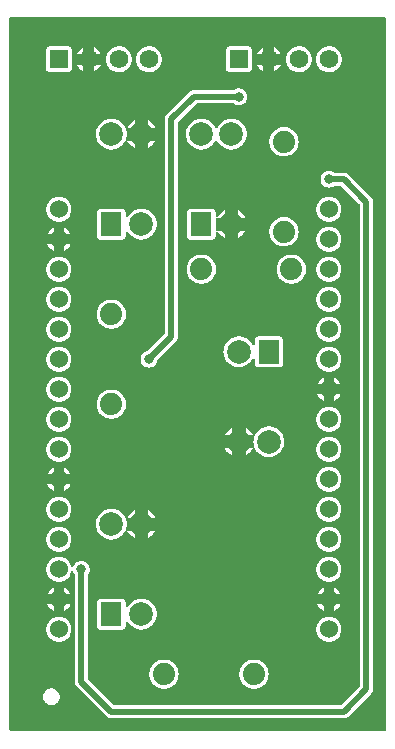
<source format=gtl>
G04 Layer: TopLayer*
G04 EasyEDA v6.5.38, 2023-12-01 14:45:36*
G04 d3a44f610aa94845aa177982d7dd4480,0f913dacbf7e480eb1521c3b63592b38,10*
G04 Gerber Generator version 0.2*
G04 Scale: 100 percent, Rotated: No, Reflected: No *
G04 Dimensions in millimeters *
G04 leading zeros omitted , absolute positions ,4 integer and 5 decimal *
%FSLAX45Y45*%
%MOMM*%

%ADD10C,0.5000*%
%ADD11R,1.5748X1.5748*%
%ADD12C,1.5748*%
%ADD13C,1.5240*%
%ADD14C,1.8796*%
%ADD15R,1.8000X2.0000*%
%ADD16C,2.0000*%
%ADD17C,0.8000*%
%ADD18C,0.0102*%

%LPD*%
G36*
X-344932Y-291592D02*
G01*
X-348843Y-290830D01*
X-352094Y-288594D01*
X-354330Y-285343D01*
X-355092Y-281432D01*
X-355092Y5742432D01*
X-354330Y5746343D01*
X-352094Y5749594D01*
X-348843Y5751830D01*
X-344932Y5752592D01*
X2821432Y5752592D01*
X2825343Y5751830D01*
X2828594Y5749594D01*
X2830830Y5746343D01*
X2831592Y5742432D01*
X2831592Y-281432D01*
X2830830Y-285343D01*
X2828594Y-288594D01*
X2825343Y-290830D01*
X2821432Y-291592D01*
G37*

%LPC*%
G36*
X508203Y-182524D02*
G01*
X2476296Y-182524D01*
X2481326Y-182270D01*
X2486152Y-181660D01*
X2490876Y-180594D01*
X2495499Y-179171D01*
X2499969Y-177292D01*
X2504236Y-175056D01*
X2508351Y-172466D01*
X2512161Y-169519D01*
X2515920Y-166116D01*
X2706116Y24079D01*
X2709519Y27838D01*
X2712466Y31648D01*
X2715056Y35763D01*
X2717292Y40030D01*
X2719171Y44500D01*
X2720594Y49123D01*
X2721660Y53848D01*
X2722270Y58674D01*
X2722524Y63703D01*
X2722524Y4190796D01*
X2722270Y4195826D01*
X2721660Y4200652D01*
X2720594Y4205376D01*
X2719171Y4209999D01*
X2717292Y4214469D01*
X2715056Y4218736D01*
X2712466Y4222851D01*
X2709519Y4226661D01*
X2706116Y4230420D01*
X2515920Y4420616D01*
X2512161Y4424019D01*
X2508351Y4426966D01*
X2504236Y4429556D01*
X2499969Y4431792D01*
X2495499Y4433671D01*
X2490876Y4435094D01*
X2486152Y4436160D01*
X2481326Y4436770D01*
X2476296Y4437024D01*
X2396236Y4437024D01*
X2393492Y4437380D01*
X2390952Y4438497D01*
X2381504Y4444288D01*
X2371293Y4448505D01*
X2360523Y4451096D01*
X2349500Y4451959D01*
X2338476Y4451096D01*
X2327706Y4448505D01*
X2317496Y4444288D01*
X2308098Y4438497D01*
X2299665Y4431334D01*
X2292502Y4422902D01*
X2286711Y4413504D01*
X2282494Y4403293D01*
X2279904Y4392523D01*
X2279040Y4381500D01*
X2279904Y4370476D01*
X2282494Y4359706D01*
X2286711Y4349496D01*
X2292502Y4340098D01*
X2299665Y4331665D01*
X2308098Y4324502D01*
X2317496Y4318711D01*
X2327706Y4314494D01*
X2338476Y4311904D01*
X2349500Y4311040D01*
X2360523Y4311904D01*
X2371293Y4314494D01*
X2381504Y4318711D01*
X2390952Y4324502D01*
X2393492Y4325620D01*
X2396236Y4325975D01*
X2449322Y4325975D01*
X2453182Y4325213D01*
X2456484Y4323029D01*
X2608529Y4170984D01*
X2610713Y4167682D01*
X2611475Y4163822D01*
X2611475Y90678D01*
X2610713Y86817D01*
X2608529Y83515D01*
X2456484Y-68529D01*
X2453182Y-70713D01*
X2449322Y-71475D01*
X535178Y-71475D01*
X531317Y-70713D01*
X528015Y-68529D01*
X312470Y147015D01*
X310286Y150317D01*
X309524Y154178D01*
X309524Y1032764D01*
X309880Y1035507D01*
X310997Y1038047D01*
X316788Y1047496D01*
X321005Y1057706D01*
X323596Y1068476D01*
X324459Y1079500D01*
X323596Y1090523D01*
X321005Y1101293D01*
X316788Y1111504D01*
X310997Y1120902D01*
X303834Y1129334D01*
X295402Y1136497D01*
X286004Y1142288D01*
X275793Y1146505D01*
X265023Y1149096D01*
X254000Y1149959D01*
X242976Y1149096D01*
X232206Y1146505D01*
X221996Y1142288D01*
X212598Y1136497D01*
X204165Y1129334D01*
X197002Y1120902D01*
X191211Y1111504D01*
X186791Y1100785D01*
X184353Y1097280D01*
X180644Y1095095D01*
X176377Y1094587D01*
X172313Y1095908D01*
X169113Y1098753D01*
X167436Y1102715D01*
X166573Y1107135D01*
X162052Y1120343D01*
X155905Y1132840D01*
X148132Y1144422D01*
X138938Y1154938D01*
X128422Y1164132D01*
X116839Y1171905D01*
X104343Y1178052D01*
X91135Y1182573D01*
X77419Y1185265D01*
X63500Y1186180D01*
X49580Y1185265D01*
X35864Y1182573D01*
X22656Y1178052D01*
X10160Y1171905D01*
X-1422Y1164132D01*
X-11938Y1154938D01*
X-21132Y1144422D01*
X-28905Y1132840D01*
X-35052Y1120343D01*
X-39573Y1107135D01*
X-42265Y1093419D01*
X-43180Y1079500D01*
X-42265Y1065580D01*
X-39573Y1051864D01*
X-35052Y1038656D01*
X-28905Y1026160D01*
X-21132Y1014577D01*
X-11938Y1004062D01*
X-1422Y994867D01*
X10160Y987094D01*
X22656Y980948D01*
X35864Y976426D01*
X49580Y973734D01*
X63500Y972819D01*
X77419Y973734D01*
X91135Y976426D01*
X104343Y980948D01*
X116839Y987094D01*
X128422Y994867D01*
X138938Y1004062D01*
X148132Y1014577D01*
X155905Y1026160D01*
X162052Y1038656D01*
X166573Y1051864D01*
X167436Y1056284D01*
X169113Y1060246D01*
X172313Y1063091D01*
X176377Y1064412D01*
X180644Y1063904D01*
X184353Y1061720D01*
X186791Y1058214D01*
X191211Y1047496D01*
X197002Y1038047D01*
X198120Y1035507D01*
X198475Y1032764D01*
X198475Y127203D01*
X198729Y122174D01*
X199339Y117348D01*
X200406Y112623D01*
X201828Y108000D01*
X203708Y103530D01*
X205943Y99263D01*
X208534Y95148D01*
X211480Y91338D01*
X214884Y87579D01*
X468579Y-166116D01*
X472338Y-169519D01*
X476148Y-172466D01*
X480263Y-175056D01*
X484530Y-177292D01*
X489000Y-179171D01*
X493623Y-180594D01*
X498348Y-181660D01*
X503174Y-182270D01*
G37*
G36*
X0Y-70459D02*
G01*
X11023Y-69596D01*
X21793Y-67005D01*
X32004Y-62788D01*
X41402Y-56997D01*
X49834Y-49834D01*
X56997Y-41402D01*
X62788Y-32004D01*
X67005Y-21793D01*
X69596Y-11023D01*
X70459Y0D01*
X69596Y11023D01*
X67005Y21793D01*
X62788Y32004D01*
X56997Y41402D01*
X49834Y49834D01*
X41402Y56997D01*
X32004Y62788D01*
X21793Y67005D01*
X11023Y69596D01*
X0Y70459D01*
X-11023Y69596D01*
X-21793Y67005D01*
X-32004Y62788D01*
X-41402Y56997D01*
X-49834Y49834D01*
X-56997Y41402D01*
X-62788Y32004D01*
X-67005Y21793D01*
X-69596Y11023D01*
X-70459Y0D01*
X-69596Y-11023D01*
X-67005Y-21793D01*
X-62788Y-32004D01*
X-56997Y-41402D01*
X-49834Y-49834D01*
X-41402Y-56997D01*
X-32004Y-62788D01*
X-21793Y-67005D01*
X-11023Y-69596D01*
G37*
G36*
X1714500Y66040D02*
G01*
X1729486Y66954D01*
X1744268Y69646D01*
X1758645Y74117D01*
X1772361Y80264D01*
X1785213Y88087D01*
X1797050Y97332D01*
X1807667Y107950D01*
X1816912Y119786D01*
X1824736Y132638D01*
X1830882Y146354D01*
X1835353Y160731D01*
X1838045Y175514D01*
X1838960Y190500D01*
X1838045Y205486D01*
X1835353Y220268D01*
X1830882Y234645D01*
X1824736Y248361D01*
X1816912Y261213D01*
X1807667Y273050D01*
X1797050Y283667D01*
X1785213Y292912D01*
X1772361Y300736D01*
X1758645Y306882D01*
X1744268Y311353D01*
X1729486Y314045D01*
X1714500Y314960D01*
X1699514Y314045D01*
X1684731Y311353D01*
X1670354Y306882D01*
X1656638Y300736D01*
X1643786Y292912D01*
X1631950Y283667D01*
X1621332Y273050D01*
X1612087Y261213D01*
X1604264Y248361D01*
X1598117Y234645D01*
X1593646Y220268D01*
X1590954Y205486D01*
X1590040Y190500D01*
X1590954Y175514D01*
X1593646Y160731D01*
X1598117Y146354D01*
X1604264Y132638D01*
X1612087Y119786D01*
X1621332Y107950D01*
X1631950Y97332D01*
X1643786Y88087D01*
X1656638Y80264D01*
X1670354Y74117D01*
X1684731Y69646D01*
X1699514Y66954D01*
G37*
G36*
X952500Y66040D02*
G01*
X967486Y66954D01*
X982268Y69646D01*
X996645Y74117D01*
X1010361Y80264D01*
X1023213Y88087D01*
X1035050Y97332D01*
X1045667Y107950D01*
X1054912Y119786D01*
X1062736Y132638D01*
X1068882Y146354D01*
X1073353Y160731D01*
X1076045Y175514D01*
X1076960Y190500D01*
X1076045Y205486D01*
X1073353Y220268D01*
X1068882Y234645D01*
X1062736Y248361D01*
X1054912Y261213D01*
X1045667Y273050D01*
X1035050Y283667D01*
X1023213Y292912D01*
X1010361Y300736D01*
X996645Y306882D01*
X982268Y311353D01*
X967486Y314045D01*
X952500Y314960D01*
X937514Y314045D01*
X922731Y311353D01*
X908354Y306882D01*
X894638Y300736D01*
X881786Y292912D01*
X869950Y283667D01*
X859332Y273050D01*
X850087Y261213D01*
X842264Y248361D01*
X836117Y234645D01*
X831646Y220268D01*
X828954Y205486D01*
X828040Y190500D01*
X828954Y175514D01*
X831646Y160731D01*
X836117Y146354D01*
X842264Y132638D01*
X850087Y119786D01*
X859332Y107950D01*
X869950Y97332D01*
X881786Y88087D01*
X894638Y80264D01*
X908354Y74117D01*
X922731Y69646D01*
X937514Y66954D01*
G37*
G36*
X63500Y464820D02*
G01*
X77419Y465734D01*
X91135Y468426D01*
X104343Y472948D01*
X116839Y479094D01*
X128422Y486867D01*
X138938Y496062D01*
X148132Y506577D01*
X155905Y518159D01*
X162052Y530656D01*
X166573Y543864D01*
X169265Y557580D01*
X170180Y571500D01*
X169265Y585419D01*
X166573Y599135D01*
X162052Y612343D01*
X155905Y624840D01*
X148132Y636422D01*
X138938Y646938D01*
X128422Y656132D01*
X116839Y663905D01*
X104343Y670052D01*
X91135Y674573D01*
X77419Y677265D01*
X63500Y678180D01*
X49580Y677265D01*
X35864Y674573D01*
X22656Y670052D01*
X10160Y663905D01*
X-1422Y656132D01*
X-11938Y646938D01*
X-21132Y636422D01*
X-28905Y624840D01*
X-35052Y612343D01*
X-39573Y599135D01*
X-42265Y585419D01*
X-43180Y571500D01*
X-42265Y557580D01*
X-39573Y543864D01*
X-35052Y530656D01*
X-28905Y518159D01*
X-21132Y506577D01*
X-11938Y496062D01*
X-1422Y486867D01*
X10160Y479094D01*
X22656Y472948D01*
X35864Y468426D01*
X49580Y465734D01*
G37*
G36*
X2349500Y464820D02*
G01*
X2363419Y465734D01*
X2377135Y468426D01*
X2390343Y472948D01*
X2402840Y479094D01*
X2414422Y486867D01*
X2424938Y496062D01*
X2434132Y506577D01*
X2441905Y518159D01*
X2448052Y530656D01*
X2452573Y543864D01*
X2455265Y557580D01*
X2456180Y571500D01*
X2455265Y585419D01*
X2452573Y599135D01*
X2448052Y612343D01*
X2441905Y624840D01*
X2434132Y636422D01*
X2424938Y646938D01*
X2414422Y656132D01*
X2402840Y663905D01*
X2390343Y670052D01*
X2377135Y674573D01*
X2363419Y677265D01*
X2349500Y678180D01*
X2335580Y677265D01*
X2321864Y674573D01*
X2308656Y670052D01*
X2296160Y663905D01*
X2284577Y656132D01*
X2274062Y646938D01*
X2264867Y636422D01*
X2257094Y624840D01*
X2250948Y612343D01*
X2246426Y599135D01*
X2243734Y585419D01*
X2242820Y571500D01*
X2243734Y557580D01*
X2246426Y543864D01*
X2250948Y530656D01*
X2257094Y518159D01*
X2264867Y506577D01*
X2274062Y496062D01*
X2284577Y486867D01*
X2296160Y479094D01*
X2308656Y472948D01*
X2321864Y468426D01*
X2335580Y465734D01*
G37*
G36*
X418490Y567994D02*
G01*
X597509Y567994D01*
X603961Y568604D01*
X609650Y570382D01*
X614934Y573176D01*
X619556Y576986D01*
X623316Y581558D01*
X626160Y586841D01*
X627888Y592582D01*
X628497Y598982D01*
X628497Y631342D01*
X629462Y635660D01*
X632206Y639165D01*
X636117Y641197D01*
X640588Y641350D01*
X644652Y639572D01*
X647547Y636270D01*
X651662Y628853D01*
X660654Y616254D01*
X671118Y604875D01*
X682802Y594766D01*
X695655Y586130D01*
X709422Y579069D01*
X723900Y573684D01*
X738936Y570077D01*
X754278Y568248D01*
X769721Y568248D01*
X785063Y570077D01*
X800100Y573684D01*
X814628Y579069D01*
X828344Y586130D01*
X841197Y594766D01*
X852881Y604875D01*
X863346Y616254D01*
X872337Y628853D01*
X879805Y642366D01*
X885596Y656691D01*
X889711Y671626D01*
X891997Y686917D01*
X892454Y702360D01*
X891082Y717753D01*
X887882Y732891D01*
X882903Y747522D01*
X876300Y761492D01*
X868019Y774547D01*
X858266Y786587D01*
X847191Y797356D01*
X834898Y806704D01*
X821588Y814578D01*
X807415Y820826D01*
X792632Y825347D01*
X777443Y828090D01*
X762000Y829005D01*
X746556Y828090D01*
X731367Y825347D01*
X716584Y820826D01*
X702411Y814578D01*
X689102Y806704D01*
X676808Y797356D01*
X665734Y786587D01*
X655980Y774598D01*
X647293Y760730D01*
X644245Y757631D01*
X640181Y756056D01*
X635863Y756361D01*
X632053Y758393D01*
X629412Y761847D01*
X628497Y766114D01*
X628497Y798017D01*
X627888Y804418D01*
X626160Y810158D01*
X623316Y815441D01*
X619556Y820013D01*
X614934Y823823D01*
X609650Y826617D01*
X603961Y828395D01*
X597509Y829005D01*
X418490Y829005D01*
X412038Y828395D01*
X406349Y826617D01*
X401066Y823823D01*
X396443Y820013D01*
X392684Y815441D01*
X389839Y810158D01*
X388112Y804418D01*
X387502Y798017D01*
X387502Y598982D01*
X388112Y592582D01*
X389839Y586841D01*
X392684Y581558D01*
X396443Y576986D01*
X401066Y573176D01*
X406349Y570382D01*
X412038Y568604D01*
G37*
G36*
X2393950Y728726D02*
G01*
X2402840Y733094D01*
X2414422Y740867D01*
X2424938Y750062D01*
X2434132Y760577D01*
X2441905Y772160D01*
X2446274Y781050D01*
X2393950Y781050D01*
G37*
G36*
X2305050Y728726D02*
G01*
X2305050Y781050D01*
X2252726Y781050D01*
X2257094Y772160D01*
X2264867Y760577D01*
X2274062Y750062D01*
X2284577Y740867D01*
X2296160Y733094D01*
G37*
G36*
X19050Y728726D02*
G01*
X19050Y781050D01*
X-33274Y781050D01*
X-28905Y772160D01*
X-21132Y760577D01*
X-11938Y750062D01*
X-1422Y740867D01*
X10160Y733094D01*
G37*
G36*
X107950Y728726D02*
G01*
X116839Y733094D01*
X128422Y740867D01*
X138938Y750062D01*
X148132Y760577D01*
X155905Y772160D01*
X160274Y781050D01*
X107950Y781050D01*
G37*
G36*
X2252726Y869950D02*
G01*
X2305050Y869950D01*
X2305050Y922274D01*
X2296160Y917905D01*
X2284577Y910132D01*
X2274062Y900937D01*
X2264867Y890422D01*
X2257094Y878840D01*
G37*
G36*
X2393950Y869950D02*
G01*
X2446274Y869950D01*
X2441905Y878840D01*
X2434132Y890422D01*
X2424938Y900937D01*
X2414422Y910132D01*
X2402840Y917905D01*
X2393950Y922274D01*
G37*
G36*
X-33274Y869950D02*
G01*
X19050Y869950D01*
X19050Y922274D01*
X10160Y917905D01*
X-1422Y910132D01*
X-11938Y900937D01*
X-21132Y890422D01*
X-28905Y878840D01*
G37*
G36*
X107950Y869950D02*
G01*
X160274Y869950D01*
X155905Y878840D01*
X148132Y890422D01*
X138938Y900937D01*
X128422Y910132D01*
X116839Y917905D01*
X107950Y922274D01*
G37*
G36*
X2349500Y972819D02*
G01*
X2363419Y973734D01*
X2377135Y976426D01*
X2390343Y980948D01*
X2402840Y987094D01*
X2414422Y994867D01*
X2424938Y1004062D01*
X2434132Y1014577D01*
X2441905Y1026160D01*
X2448052Y1038656D01*
X2452573Y1051864D01*
X2455265Y1065580D01*
X2456180Y1079500D01*
X2455265Y1093419D01*
X2452573Y1107135D01*
X2448052Y1120343D01*
X2441905Y1132840D01*
X2434132Y1144422D01*
X2424938Y1154938D01*
X2414422Y1164132D01*
X2402840Y1171905D01*
X2390343Y1178052D01*
X2377135Y1182573D01*
X2363419Y1185265D01*
X2349500Y1186180D01*
X2335580Y1185265D01*
X2321864Y1182573D01*
X2308656Y1178052D01*
X2296160Y1171905D01*
X2284577Y1164132D01*
X2274062Y1154938D01*
X2264867Y1144422D01*
X2257094Y1132840D01*
X2250948Y1120343D01*
X2246426Y1107135D01*
X2243734Y1093419D01*
X2242820Y1079500D01*
X2243734Y1065580D01*
X2246426Y1051864D01*
X2250948Y1038656D01*
X2257094Y1026160D01*
X2264867Y1014577D01*
X2274062Y1004062D01*
X2284577Y994867D01*
X2296160Y987094D01*
X2308656Y980948D01*
X2321864Y976426D01*
X2335580Y973734D01*
G37*
G36*
X63500Y1226820D02*
G01*
X77419Y1227734D01*
X91135Y1230426D01*
X104343Y1234948D01*
X116839Y1241094D01*
X128422Y1248867D01*
X138938Y1258062D01*
X148132Y1268577D01*
X155905Y1280160D01*
X162052Y1292656D01*
X166573Y1305864D01*
X169265Y1319580D01*
X170180Y1333500D01*
X169265Y1347419D01*
X166573Y1361135D01*
X162052Y1374343D01*
X155905Y1386840D01*
X148132Y1398422D01*
X138938Y1408938D01*
X128422Y1418132D01*
X116839Y1425905D01*
X104343Y1432052D01*
X91135Y1436573D01*
X77419Y1439265D01*
X63500Y1440180D01*
X49580Y1439265D01*
X35864Y1436573D01*
X22656Y1432052D01*
X10160Y1425905D01*
X-1422Y1418132D01*
X-11938Y1408938D01*
X-21132Y1398422D01*
X-28905Y1386840D01*
X-35052Y1374343D01*
X-39573Y1361135D01*
X-42265Y1347419D01*
X-43180Y1333500D01*
X-42265Y1319580D01*
X-39573Y1305864D01*
X-35052Y1292656D01*
X-28905Y1280160D01*
X-21132Y1268577D01*
X-11938Y1258062D01*
X-1422Y1248867D01*
X10160Y1241094D01*
X22656Y1234948D01*
X35864Y1230426D01*
X49580Y1227734D01*
G37*
G36*
X2349500Y1226820D02*
G01*
X2363419Y1227734D01*
X2377135Y1230426D01*
X2390343Y1234948D01*
X2402840Y1241094D01*
X2414422Y1248867D01*
X2424938Y1258062D01*
X2434132Y1268577D01*
X2441905Y1280160D01*
X2448052Y1292656D01*
X2452573Y1305864D01*
X2455265Y1319580D01*
X2456180Y1333500D01*
X2455265Y1347419D01*
X2452573Y1361135D01*
X2448052Y1374343D01*
X2441905Y1386840D01*
X2434132Y1398422D01*
X2424938Y1408938D01*
X2414422Y1418132D01*
X2402840Y1425905D01*
X2390343Y1432052D01*
X2377135Y1436573D01*
X2363419Y1439265D01*
X2349500Y1440180D01*
X2335580Y1439265D01*
X2321864Y1436573D01*
X2308656Y1432052D01*
X2296160Y1425905D01*
X2284577Y1418132D01*
X2274062Y1408938D01*
X2264867Y1398422D01*
X2257094Y1386840D01*
X2250948Y1374343D01*
X2246426Y1361135D01*
X2243734Y1347419D01*
X2242820Y1333500D01*
X2243734Y1319580D01*
X2246426Y1305864D01*
X2250948Y1292656D01*
X2257094Y1280160D01*
X2264867Y1268577D01*
X2274062Y1258062D01*
X2284577Y1248867D01*
X2296160Y1241094D01*
X2308656Y1234948D01*
X2321864Y1230426D01*
X2335580Y1227734D01*
G37*
G36*
X500278Y1330248D02*
G01*
X515721Y1330248D01*
X531063Y1332077D01*
X546100Y1335684D01*
X560628Y1341069D01*
X574344Y1348130D01*
X587197Y1356766D01*
X598881Y1366875D01*
X609346Y1378254D01*
X618337Y1390853D01*
X626110Y1404924D01*
X628954Y1408176D01*
X632002Y1409547D01*
X631444Y1410360D01*
X630631Y1414272D01*
X631596Y1418691D01*
X635711Y1433626D01*
X637997Y1448917D01*
X638454Y1464360D01*
X637082Y1479753D01*
X633882Y1494891D01*
X630986Y1503426D01*
X630478Y1507236D01*
X631291Y1510944D01*
X628091Y1512976D01*
X625805Y1516024D01*
X622300Y1523492D01*
X614019Y1536547D01*
X604266Y1548587D01*
X593191Y1559356D01*
X580898Y1568704D01*
X567588Y1576578D01*
X553415Y1582826D01*
X538632Y1587347D01*
X523443Y1590090D01*
X508000Y1591005D01*
X492556Y1590090D01*
X477367Y1587347D01*
X462584Y1582826D01*
X448411Y1576578D01*
X435101Y1568704D01*
X422808Y1559356D01*
X411734Y1548587D01*
X401980Y1536547D01*
X393750Y1523492D01*
X387096Y1509522D01*
X382117Y1494891D01*
X378917Y1479753D01*
X377545Y1464360D01*
X378002Y1448917D01*
X380288Y1433626D01*
X384403Y1418691D01*
X390194Y1404366D01*
X397662Y1390853D01*
X406654Y1378254D01*
X417118Y1366875D01*
X428802Y1356766D01*
X441655Y1348130D01*
X455422Y1341069D01*
X469900Y1335684D01*
X484936Y1332077D01*
G37*
G36*
X818337Y1342999D02*
G01*
X828344Y1348130D01*
X841197Y1356766D01*
X852881Y1366875D01*
X863346Y1378254D01*
X872337Y1390853D01*
X879703Y1404162D01*
X818337Y1404162D01*
G37*
G36*
X705662Y1342999D02*
G01*
X705662Y1404162D01*
X644296Y1404162D01*
X651662Y1390853D01*
X660654Y1378254D01*
X671118Y1366875D01*
X682802Y1356766D01*
X695655Y1348130D01*
G37*
G36*
X63500Y1480820D02*
G01*
X77419Y1481734D01*
X91135Y1484426D01*
X104343Y1488948D01*
X116839Y1495094D01*
X128422Y1502867D01*
X138938Y1512062D01*
X148132Y1522577D01*
X155905Y1534160D01*
X162052Y1546656D01*
X166573Y1559864D01*
X169265Y1573580D01*
X170180Y1587500D01*
X169265Y1601419D01*
X166573Y1615135D01*
X162052Y1628343D01*
X155905Y1640839D01*
X148132Y1652422D01*
X138938Y1662938D01*
X128422Y1672132D01*
X116839Y1679905D01*
X104343Y1686052D01*
X91135Y1690573D01*
X77419Y1693265D01*
X63500Y1694180D01*
X49580Y1693265D01*
X35864Y1690573D01*
X22656Y1686052D01*
X10160Y1679905D01*
X-1422Y1672132D01*
X-11938Y1662938D01*
X-21132Y1652422D01*
X-28905Y1640839D01*
X-35052Y1628343D01*
X-39573Y1615135D01*
X-42265Y1601419D01*
X-43180Y1587500D01*
X-42265Y1573580D01*
X-39573Y1559864D01*
X-35052Y1546656D01*
X-28905Y1534160D01*
X-21132Y1522577D01*
X-11938Y1512062D01*
X-1422Y1502867D01*
X10160Y1495094D01*
X22656Y1488948D01*
X35864Y1484426D01*
X49580Y1481734D01*
G37*
G36*
X2349500Y1480820D02*
G01*
X2363419Y1481734D01*
X2377135Y1484426D01*
X2390343Y1488948D01*
X2402840Y1495094D01*
X2414422Y1502867D01*
X2424938Y1512062D01*
X2434132Y1522577D01*
X2441905Y1534160D01*
X2448052Y1546656D01*
X2452573Y1559864D01*
X2455265Y1573580D01*
X2456180Y1587500D01*
X2455265Y1601419D01*
X2452573Y1615135D01*
X2448052Y1628343D01*
X2441905Y1640839D01*
X2434132Y1652422D01*
X2424938Y1662938D01*
X2414422Y1672132D01*
X2402840Y1679905D01*
X2390343Y1686052D01*
X2377135Y1690573D01*
X2363419Y1693265D01*
X2349500Y1694180D01*
X2335580Y1693265D01*
X2321864Y1690573D01*
X2308656Y1686052D01*
X2296160Y1679905D01*
X2284577Y1672132D01*
X2274062Y1662938D01*
X2264867Y1652422D01*
X2257094Y1640839D01*
X2250948Y1628343D01*
X2246426Y1615135D01*
X2243734Y1601419D01*
X2242820Y1587500D01*
X2243734Y1573580D01*
X2246426Y1559864D01*
X2250948Y1546656D01*
X2257094Y1534160D01*
X2264867Y1522577D01*
X2274062Y1512062D01*
X2284577Y1502867D01*
X2296160Y1495094D01*
X2308656Y1488948D01*
X2321864Y1484426D01*
X2335580Y1481734D01*
G37*
G36*
X818337Y1516837D02*
G01*
X879449Y1516837D01*
X876300Y1523492D01*
X868019Y1536547D01*
X858266Y1548587D01*
X847191Y1559356D01*
X834898Y1568704D01*
X821588Y1576578D01*
X818337Y1578000D01*
G37*
G36*
X644550Y1516837D02*
G01*
X705662Y1516837D01*
X705662Y1578000D01*
X702411Y1576578D01*
X689102Y1568704D01*
X676808Y1559356D01*
X665734Y1548587D01*
X655980Y1536547D01*
X647750Y1523492D01*
G37*
G36*
X2349500Y1734820D02*
G01*
X2363419Y1735734D01*
X2377135Y1738426D01*
X2390343Y1742948D01*
X2402840Y1749094D01*
X2414422Y1756867D01*
X2424938Y1766062D01*
X2434132Y1776577D01*
X2441905Y1788160D01*
X2448052Y1800656D01*
X2452573Y1813864D01*
X2455265Y1827580D01*
X2456180Y1841500D01*
X2455265Y1855419D01*
X2452573Y1869135D01*
X2448052Y1882343D01*
X2441905Y1894839D01*
X2434132Y1906422D01*
X2424938Y1916938D01*
X2414422Y1926132D01*
X2402840Y1933905D01*
X2390343Y1940052D01*
X2377135Y1944573D01*
X2363419Y1947265D01*
X2349500Y1948180D01*
X2335580Y1947265D01*
X2321864Y1944573D01*
X2308656Y1940052D01*
X2296160Y1933905D01*
X2284577Y1926132D01*
X2274062Y1916938D01*
X2264867Y1906422D01*
X2257094Y1894839D01*
X2250948Y1882343D01*
X2246426Y1869135D01*
X2243734Y1855419D01*
X2242820Y1841500D01*
X2243734Y1827580D01*
X2246426Y1813864D01*
X2250948Y1800656D01*
X2257094Y1788160D01*
X2264867Y1776577D01*
X2274062Y1766062D01*
X2284577Y1756867D01*
X2296160Y1749094D01*
X2308656Y1742948D01*
X2321864Y1738426D01*
X2335580Y1735734D01*
G37*
G36*
X19050Y1744725D02*
G01*
X19050Y1797050D01*
X-33274Y1797050D01*
X-28905Y1788160D01*
X-21132Y1776577D01*
X-11938Y1766062D01*
X-1422Y1756867D01*
X10160Y1749094D01*
G37*
G36*
X107950Y1744725D02*
G01*
X116839Y1749094D01*
X128422Y1756867D01*
X138938Y1766062D01*
X148132Y1776577D01*
X155905Y1788160D01*
X160274Y1797050D01*
X107950Y1797050D01*
G37*
G36*
X107950Y1885950D02*
G01*
X160274Y1885950D01*
X155905Y1894839D01*
X148132Y1906422D01*
X138938Y1916938D01*
X128422Y1926132D01*
X116839Y1933905D01*
X107950Y1938274D01*
G37*
G36*
X-33274Y1885950D02*
G01*
X19050Y1885950D01*
X19050Y1938274D01*
X10160Y1933905D01*
X-1422Y1926132D01*
X-11938Y1916938D01*
X-21132Y1906422D01*
X-28905Y1894839D01*
G37*
G36*
X63500Y1988820D02*
G01*
X77419Y1989734D01*
X91135Y1992426D01*
X104343Y1996948D01*
X116839Y2003094D01*
X128422Y2010867D01*
X138938Y2020062D01*
X148132Y2030577D01*
X155905Y2042160D01*
X162052Y2054656D01*
X166573Y2067864D01*
X169265Y2081580D01*
X170180Y2095500D01*
X169265Y2109419D01*
X166573Y2123135D01*
X162052Y2136343D01*
X155905Y2148840D01*
X148132Y2160422D01*
X138938Y2170938D01*
X128422Y2180132D01*
X116839Y2187905D01*
X104343Y2194052D01*
X91135Y2198573D01*
X77419Y2201265D01*
X63500Y2202180D01*
X49580Y2201265D01*
X35864Y2198573D01*
X22656Y2194052D01*
X10160Y2187905D01*
X-1422Y2180132D01*
X-11938Y2170938D01*
X-21132Y2160422D01*
X-28905Y2148840D01*
X-35052Y2136343D01*
X-39573Y2123135D01*
X-42265Y2109419D01*
X-43180Y2095500D01*
X-42265Y2081580D01*
X-39573Y2067864D01*
X-35052Y2054656D01*
X-28905Y2042160D01*
X-21132Y2030577D01*
X-11938Y2020062D01*
X-1422Y2010867D01*
X10160Y2003094D01*
X22656Y1996948D01*
X35864Y1992426D01*
X49580Y1989734D01*
G37*
G36*
X2349500Y1988820D02*
G01*
X2363419Y1989734D01*
X2377135Y1992426D01*
X2390343Y1996948D01*
X2402840Y2003094D01*
X2414422Y2010867D01*
X2424938Y2020062D01*
X2434132Y2030577D01*
X2441905Y2042160D01*
X2448052Y2054656D01*
X2452573Y2067864D01*
X2455265Y2081580D01*
X2456180Y2095500D01*
X2455265Y2109419D01*
X2452573Y2123135D01*
X2448052Y2136343D01*
X2441905Y2148840D01*
X2434132Y2160422D01*
X2424938Y2170938D01*
X2414422Y2180132D01*
X2402840Y2187905D01*
X2390343Y2194052D01*
X2377135Y2198573D01*
X2363419Y2201265D01*
X2349500Y2202180D01*
X2335580Y2201265D01*
X2321864Y2198573D01*
X2308656Y2194052D01*
X2296160Y2187905D01*
X2284577Y2180132D01*
X2274062Y2170938D01*
X2264867Y2160422D01*
X2257094Y2148840D01*
X2250948Y2136343D01*
X2246426Y2123135D01*
X2243734Y2109419D01*
X2242820Y2095500D01*
X2243734Y2081580D01*
X2246426Y2067864D01*
X2250948Y2054656D01*
X2257094Y2042160D01*
X2264867Y2030577D01*
X2274062Y2020062D01*
X2284577Y2010867D01*
X2296160Y2003094D01*
X2308656Y1996948D01*
X2321864Y1992426D01*
X2335580Y1989734D01*
G37*
G36*
X1841500Y2028494D02*
G01*
X1856943Y2029409D01*
X1872132Y2032152D01*
X1886915Y2036673D01*
X1901088Y2042922D01*
X1914398Y2050796D01*
X1926691Y2060143D01*
X1937766Y2070912D01*
X1947519Y2082901D01*
X1955800Y2096007D01*
X1962404Y2109978D01*
X1967382Y2124608D01*
X1970582Y2139746D01*
X1971954Y2155139D01*
X1971497Y2170582D01*
X1969211Y2185873D01*
X1965096Y2200808D01*
X1959305Y2215134D01*
X1951837Y2228646D01*
X1942846Y2241245D01*
X1932381Y2252624D01*
X1920697Y2262733D01*
X1907844Y2271369D01*
X1894128Y2278430D01*
X1879600Y2283815D01*
X1864563Y2287422D01*
X1849221Y2289251D01*
X1833778Y2289251D01*
X1818436Y2287422D01*
X1803400Y2283815D01*
X1788922Y2278430D01*
X1775155Y2271369D01*
X1762302Y2262733D01*
X1750618Y2252624D01*
X1740154Y2241245D01*
X1731162Y2228646D01*
X1723389Y2214575D01*
X1720545Y2211324D01*
X1717497Y2209952D01*
X1718056Y2209139D01*
X1718868Y2205228D01*
X1717903Y2200808D01*
X1713788Y2185873D01*
X1711502Y2170582D01*
X1711045Y2155139D01*
X1712417Y2139746D01*
X1715617Y2124608D01*
X1718513Y2116074D01*
X1719021Y2112264D01*
X1718208Y2108555D01*
X1721408Y2106523D01*
X1723694Y2103475D01*
X1727250Y2096007D01*
X1735480Y2082901D01*
X1745234Y2070912D01*
X1756308Y2060143D01*
X1768602Y2050796D01*
X1781911Y2042922D01*
X1796084Y2036673D01*
X1810867Y2032152D01*
X1826056Y2029409D01*
G37*
G36*
X1531162Y2041499D02*
G01*
X1531162Y2102662D01*
X1470050Y2102662D01*
X1473250Y2096007D01*
X1481480Y2082901D01*
X1491234Y2070912D01*
X1502308Y2060143D01*
X1514602Y2050796D01*
X1527911Y2042922D01*
G37*
G36*
X1643837Y2041499D02*
G01*
X1647088Y2042922D01*
X1660398Y2050796D01*
X1672691Y2060143D01*
X1683766Y2070912D01*
X1693519Y2082901D01*
X1701800Y2096007D01*
X1704949Y2102662D01*
X1643837Y2102662D01*
G37*
G36*
X1643837Y2215337D02*
G01*
X1705203Y2215337D01*
X1697837Y2228646D01*
X1688846Y2241245D01*
X1678381Y2252624D01*
X1666697Y2262733D01*
X1653844Y2271369D01*
X1643837Y2276500D01*
G37*
G36*
X1469796Y2215337D02*
G01*
X1531162Y2215337D01*
X1531162Y2276500D01*
X1521155Y2271369D01*
X1508302Y2262733D01*
X1496618Y2252624D01*
X1486154Y2241245D01*
X1477162Y2228646D01*
G37*
G36*
X63500Y2242820D02*
G01*
X77419Y2243734D01*
X91135Y2246426D01*
X104343Y2250948D01*
X116839Y2257094D01*
X128422Y2264867D01*
X138938Y2274062D01*
X148132Y2284577D01*
X155905Y2296160D01*
X162052Y2308656D01*
X166573Y2321864D01*
X169265Y2335580D01*
X170180Y2349500D01*
X169265Y2363419D01*
X166573Y2377135D01*
X162052Y2390343D01*
X155905Y2402840D01*
X148132Y2414422D01*
X138938Y2424938D01*
X128422Y2434132D01*
X116839Y2441905D01*
X104343Y2448052D01*
X91135Y2452573D01*
X77419Y2455265D01*
X63500Y2456180D01*
X49580Y2455265D01*
X35864Y2452573D01*
X22656Y2448052D01*
X10160Y2441905D01*
X-1422Y2434132D01*
X-11938Y2424938D01*
X-21132Y2414422D01*
X-28905Y2402840D01*
X-35052Y2390343D01*
X-39573Y2377135D01*
X-42265Y2363419D01*
X-43180Y2349500D01*
X-42265Y2335580D01*
X-39573Y2321864D01*
X-35052Y2308656D01*
X-28905Y2296160D01*
X-21132Y2284577D01*
X-11938Y2274062D01*
X-1422Y2264867D01*
X10160Y2257094D01*
X22656Y2250948D01*
X35864Y2246426D01*
X49580Y2243734D01*
G37*
G36*
X2349500Y2242820D02*
G01*
X2363419Y2243734D01*
X2377135Y2246426D01*
X2390343Y2250948D01*
X2402840Y2257094D01*
X2414422Y2264867D01*
X2424938Y2274062D01*
X2434132Y2284577D01*
X2441905Y2296160D01*
X2448052Y2308656D01*
X2452573Y2321864D01*
X2455265Y2335580D01*
X2456180Y2349500D01*
X2455265Y2363419D01*
X2452573Y2377135D01*
X2448052Y2390343D01*
X2441905Y2402840D01*
X2434132Y2414422D01*
X2424938Y2424938D01*
X2414422Y2434132D01*
X2402840Y2441905D01*
X2390343Y2448052D01*
X2377135Y2452573D01*
X2363419Y2455265D01*
X2349500Y2456180D01*
X2335580Y2455265D01*
X2321864Y2452573D01*
X2308656Y2448052D01*
X2296160Y2441905D01*
X2284577Y2434132D01*
X2274062Y2424938D01*
X2264867Y2414422D01*
X2257094Y2402840D01*
X2250948Y2390343D01*
X2246426Y2377135D01*
X2243734Y2363419D01*
X2242820Y2349500D01*
X2243734Y2335580D01*
X2246426Y2321864D01*
X2250948Y2308656D01*
X2257094Y2296160D01*
X2264867Y2284577D01*
X2274062Y2274062D01*
X2284577Y2264867D01*
X2296160Y2257094D01*
X2308656Y2250948D01*
X2321864Y2246426D01*
X2335580Y2243734D01*
G37*
G36*
X508000Y2352040D02*
G01*
X522985Y2352954D01*
X537768Y2355646D01*
X552145Y2360117D01*
X565861Y2366264D01*
X578713Y2374087D01*
X590550Y2383332D01*
X601167Y2393950D01*
X610412Y2405786D01*
X618236Y2418638D01*
X624382Y2432354D01*
X628853Y2446731D01*
X631545Y2461514D01*
X632460Y2476500D01*
X631545Y2491486D01*
X628853Y2506268D01*
X624382Y2520645D01*
X618236Y2534361D01*
X610412Y2547213D01*
X601167Y2559050D01*
X590550Y2569667D01*
X578713Y2578912D01*
X565861Y2586736D01*
X552145Y2592882D01*
X537768Y2597353D01*
X522985Y2600045D01*
X508000Y2600960D01*
X493014Y2600045D01*
X478231Y2597353D01*
X463854Y2592882D01*
X450138Y2586736D01*
X437286Y2578912D01*
X425450Y2569667D01*
X414832Y2559050D01*
X405587Y2547213D01*
X397764Y2534361D01*
X391617Y2520645D01*
X387146Y2506268D01*
X384454Y2491486D01*
X383540Y2476500D01*
X384454Y2461514D01*
X387146Y2446731D01*
X391617Y2432354D01*
X397764Y2418638D01*
X405587Y2405786D01*
X414832Y2393950D01*
X425450Y2383332D01*
X437286Y2374087D01*
X450138Y2366264D01*
X463854Y2360117D01*
X478231Y2355646D01*
X493014Y2352954D01*
G37*
G36*
X63500Y2496820D02*
G01*
X77419Y2497734D01*
X91135Y2500426D01*
X104343Y2504948D01*
X116839Y2511094D01*
X128422Y2518867D01*
X138938Y2528062D01*
X148132Y2538577D01*
X155905Y2550160D01*
X162052Y2562656D01*
X166573Y2575864D01*
X169265Y2589580D01*
X170180Y2603500D01*
X169265Y2617419D01*
X166573Y2631135D01*
X162052Y2644343D01*
X155905Y2656840D01*
X148132Y2668422D01*
X138938Y2678938D01*
X128422Y2688132D01*
X116839Y2695905D01*
X104343Y2702052D01*
X91135Y2706573D01*
X77419Y2709265D01*
X63500Y2710180D01*
X49580Y2709265D01*
X35864Y2706573D01*
X22656Y2702052D01*
X10160Y2695905D01*
X-1422Y2688132D01*
X-11938Y2678938D01*
X-21132Y2668422D01*
X-28905Y2656840D01*
X-35052Y2644343D01*
X-39573Y2631135D01*
X-42265Y2617419D01*
X-43180Y2603500D01*
X-42265Y2589580D01*
X-39573Y2575864D01*
X-35052Y2562656D01*
X-28905Y2550160D01*
X-21132Y2538577D01*
X-11938Y2528062D01*
X-1422Y2518867D01*
X10160Y2511094D01*
X22656Y2504948D01*
X35864Y2500426D01*
X49580Y2497734D01*
G37*
G36*
X2305050Y2506726D02*
G01*
X2305050Y2559050D01*
X2252726Y2559050D01*
X2257094Y2550160D01*
X2264867Y2538577D01*
X2274062Y2528062D01*
X2284577Y2518867D01*
X2296160Y2511094D01*
G37*
G36*
X2393950Y2506726D02*
G01*
X2402840Y2511094D01*
X2414422Y2518867D01*
X2424938Y2528062D01*
X2434132Y2538577D01*
X2441905Y2550160D01*
X2446274Y2559050D01*
X2393950Y2559050D01*
G37*
G36*
X2252726Y2647950D02*
G01*
X2305050Y2647950D01*
X2305050Y2700274D01*
X2296160Y2695905D01*
X2284577Y2688132D01*
X2274062Y2678938D01*
X2264867Y2668422D01*
X2257094Y2656840D01*
G37*
G36*
X2393950Y2647950D02*
G01*
X2446274Y2647950D01*
X2441905Y2656840D01*
X2434132Y2668422D01*
X2424938Y2678938D01*
X2414422Y2688132D01*
X2402840Y2695905D01*
X2393950Y2700274D01*
G37*
G36*
X63500Y2750820D02*
G01*
X77419Y2751734D01*
X91135Y2754426D01*
X104343Y2758948D01*
X116839Y2765094D01*
X128422Y2772867D01*
X138938Y2782062D01*
X148132Y2792577D01*
X155905Y2804160D01*
X162052Y2816656D01*
X166573Y2829864D01*
X169265Y2843580D01*
X170180Y2857500D01*
X169265Y2871419D01*
X166573Y2885135D01*
X162052Y2898343D01*
X155905Y2910840D01*
X148132Y2922422D01*
X138938Y2932938D01*
X128422Y2942132D01*
X116839Y2949905D01*
X104343Y2956052D01*
X91135Y2960573D01*
X77419Y2963265D01*
X63500Y2964180D01*
X49580Y2963265D01*
X35864Y2960573D01*
X22656Y2956052D01*
X10160Y2949905D01*
X-1422Y2942132D01*
X-11938Y2932938D01*
X-21132Y2922422D01*
X-28905Y2910840D01*
X-35052Y2898343D01*
X-39573Y2885135D01*
X-42265Y2871419D01*
X-43180Y2857500D01*
X-42265Y2843580D01*
X-39573Y2829864D01*
X-35052Y2816656D01*
X-28905Y2804160D01*
X-21132Y2792577D01*
X-11938Y2782062D01*
X-1422Y2772867D01*
X10160Y2765094D01*
X22656Y2758948D01*
X35864Y2754426D01*
X49580Y2751734D01*
G37*
G36*
X2349500Y2750820D02*
G01*
X2363419Y2751734D01*
X2377135Y2754426D01*
X2390343Y2758948D01*
X2402840Y2765094D01*
X2414422Y2772867D01*
X2424938Y2782062D01*
X2434132Y2792577D01*
X2441905Y2804160D01*
X2448052Y2816656D01*
X2452573Y2829864D01*
X2455265Y2843580D01*
X2456180Y2857500D01*
X2455265Y2871419D01*
X2452573Y2885135D01*
X2448052Y2898343D01*
X2441905Y2910840D01*
X2434132Y2922422D01*
X2424938Y2932938D01*
X2414422Y2942132D01*
X2402840Y2949905D01*
X2390343Y2956052D01*
X2377135Y2960573D01*
X2363419Y2963265D01*
X2349500Y2964180D01*
X2335580Y2963265D01*
X2321864Y2960573D01*
X2308656Y2956052D01*
X2296160Y2949905D01*
X2284577Y2942132D01*
X2274062Y2932938D01*
X2264867Y2922422D01*
X2257094Y2910840D01*
X2250948Y2898343D01*
X2246426Y2885135D01*
X2243734Y2871419D01*
X2242820Y2857500D01*
X2243734Y2843580D01*
X2246426Y2829864D01*
X2250948Y2816656D01*
X2257094Y2804160D01*
X2264867Y2792577D01*
X2274062Y2782062D01*
X2284577Y2772867D01*
X2296160Y2765094D01*
X2308656Y2758948D01*
X2321864Y2754426D01*
X2335580Y2751734D01*
G37*
G36*
X825500Y2787040D02*
G01*
X836523Y2787904D01*
X847293Y2790494D01*
X857503Y2794711D01*
X866902Y2800502D01*
X875334Y2807665D01*
X882497Y2816098D01*
X888288Y2825496D01*
X892505Y2835706D01*
X895096Y2846476D01*
X896112Y2849067D01*
X897788Y2851302D01*
X1055116Y3008579D01*
X1058519Y3012338D01*
X1061466Y3016148D01*
X1064056Y3020263D01*
X1066292Y3024530D01*
X1068171Y3029000D01*
X1069594Y3033623D01*
X1070660Y3038348D01*
X1071270Y3043174D01*
X1071524Y3048203D01*
X1071524Y4862322D01*
X1072286Y4866182D01*
X1074470Y4869484D01*
X1226515Y5021529D01*
X1229817Y5023713D01*
X1233678Y5024475D01*
X1540764Y5024475D01*
X1543507Y5024120D01*
X1546047Y5023002D01*
X1555496Y5017211D01*
X1565706Y5012994D01*
X1576476Y5010404D01*
X1587500Y5009540D01*
X1598523Y5010404D01*
X1609293Y5012994D01*
X1619504Y5017211D01*
X1628901Y5023002D01*
X1637334Y5030165D01*
X1644497Y5038598D01*
X1650288Y5047996D01*
X1654505Y5058206D01*
X1657096Y5068976D01*
X1657959Y5080000D01*
X1657096Y5091023D01*
X1654505Y5101793D01*
X1650288Y5112004D01*
X1644497Y5121402D01*
X1637334Y5129834D01*
X1628901Y5136997D01*
X1619504Y5142788D01*
X1609293Y5147005D01*
X1598523Y5149596D01*
X1587500Y5150459D01*
X1576476Y5149596D01*
X1565706Y5147005D01*
X1555496Y5142788D01*
X1546047Y5136997D01*
X1543507Y5135880D01*
X1540764Y5135524D01*
X1206703Y5135524D01*
X1201674Y5135270D01*
X1196848Y5134660D01*
X1192123Y5133594D01*
X1187500Y5132171D01*
X1183030Y5130292D01*
X1178763Y5128056D01*
X1174648Y5125466D01*
X1170838Y5122519D01*
X1167079Y5119116D01*
X976884Y4928920D01*
X973480Y4925161D01*
X970534Y4921351D01*
X967943Y4917236D01*
X965708Y4912969D01*
X963828Y4908499D01*
X962406Y4903876D01*
X961339Y4899152D01*
X960729Y4894326D01*
X960475Y4889296D01*
X960475Y3075178D01*
X959713Y3071317D01*
X957529Y3068015D01*
X819302Y2929788D01*
X817067Y2928112D01*
X814476Y2927096D01*
X803706Y2924505D01*
X793496Y2920288D01*
X784098Y2914497D01*
X775665Y2907334D01*
X768502Y2898902D01*
X762711Y2889504D01*
X758494Y2879293D01*
X755904Y2868523D01*
X755040Y2857500D01*
X755904Y2846476D01*
X758494Y2835706D01*
X762711Y2825496D01*
X768502Y2816098D01*
X775665Y2807665D01*
X784098Y2800502D01*
X793496Y2794711D01*
X803706Y2790494D01*
X814476Y2787904D01*
G37*
G36*
X1587500Y2790494D02*
G01*
X1602943Y2791409D01*
X1618132Y2794152D01*
X1632915Y2798673D01*
X1647088Y2804922D01*
X1660398Y2812796D01*
X1672691Y2822143D01*
X1683766Y2832912D01*
X1693519Y2844901D01*
X1702206Y2858770D01*
X1705254Y2861868D01*
X1709318Y2863443D01*
X1713636Y2863138D01*
X1717446Y2861106D01*
X1720088Y2857601D01*
X1721002Y2853385D01*
X1721002Y2821482D01*
X1721612Y2815082D01*
X1723339Y2809341D01*
X1726184Y2804058D01*
X1729943Y2799486D01*
X1734566Y2795676D01*
X1739849Y2792882D01*
X1745538Y2791104D01*
X1751990Y2790494D01*
X1931009Y2790494D01*
X1937461Y2791104D01*
X1943150Y2792882D01*
X1948434Y2795676D01*
X1953056Y2799486D01*
X1956816Y2804058D01*
X1959660Y2809341D01*
X1961388Y2815082D01*
X1961997Y2821482D01*
X1961997Y3020517D01*
X1961388Y3026918D01*
X1959660Y3032658D01*
X1956816Y3037941D01*
X1953056Y3042513D01*
X1948434Y3046323D01*
X1943150Y3049117D01*
X1937461Y3050895D01*
X1931009Y3051505D01*
X1751990Y3051505D01*
X1745538Y3050895D01*
X1739849Y3049117D01*
X1734566Y3046323D01*
X1729943Y3042513D01*
X1726184Y3037941D01*
X1723339Y3032658D01*
X1721612Y3026918D01*
X1721002Y3020517D01*
X1721002Y2988157D01*
X1720037Y2983839D01*
X1717293Y2980334D01*
X1713382Y2978302D01*
X1708912Y2978150D01*
X1704848Y2979928D01*
X1701952Y2983230D01*
X1697837Y2990646D01*
X1688846Y3003245D01*
X1678381Y3014624D01*
X1666697Y3024733D01*
X1653844Y3033369D01*
X1640128Y3040430D01*
X1625600Y3045815D01*
X1610563Y3049422D01*
X1595221Y3051251D01*
X1579778Y3051251D01*
X1564436Y3049422D01*
X1549400Y3045815D01*
X1534922Y3040430D01*
X1521155Y3033369D01*
X1508302Y3024733D01*
X1496618Y3014624D01*
X1486154Y3003245D01*
X1477162Y2990646D01*
X1469694Y2977134D01*
X1463903Y2962808D01*
X1459788Y2947873D01*
X1457502Y2932582D01*
X1457045Y2917139D01*
X1458417Y2901746D01*
X1461617Y2886608D01*
X1466596Y2871978D01*
X1473250Y2858008D01*
X1481480Y2844901D01*
X1491234Y2832912D01*
X1502308Y2822143D01*
X1514602Y2812796D01*
X1527911Y2804922D01*
X1542084Y2798673D01*
X1556867Y2794152D01*
X1572056Y2791409D01*
G37*
G36*
X63500Y3004820D02*
G01*
X77419Y3005734D01*
X91135Y3008426D01*
X104343Y3012948D01*
X116839Y3019094D01*
X128422Y3026867D01*
X138938Y3036062D01*
X148132Y3046577D01*
X155905Y3058160D01*
X162052Y3070656D01*
X166573Y3083864D01*
X169265Y3097580D01*
X170180Y3111500D01*
X169265Y3125419D01*
X166573Y3139135D01*
X162052Y3152343D01*
X155905Y3164840D01*
X148132Y3176422D01*
X138938Y3186938D01*
X128422Y3196132D01*
X116839Y3203905D01*
X104343Y3210052D01*
X91135Y3214573D01*
X77419Y3217265D01*
X63500Y3218180D01*
X49580Y3217265D01*
X35864Y3214573D01*
X22656Y3210052D01*
X10160Y3203905D01*
X-1422Y3196132D01*
X-11938Y3186938D01*
X-21132Y3176422D01*
X-28905Y3164840D01*
X-35052Y3152343D01*
X-39573Y3139135D01*
X-42265Y3125419D01*
X-43180Y3111500D01*
X-42265Y3097580D01*
X-39573Y3083864D01*
X-35052Y3070656D01*
X-28905Y3058160D01*
X-21132Y3046577D01*
X-11938Y3036062D01*
X-1422Y3026867D01*
X10160Y3019094D01*
X22656Y3012948D01*
X35864Y3008426D01*
X49580Y3005734D01*
G37*
G36*
X2349500Y3004820D02*
G01*
X2363419Y3005734D01*
X2377135Y3008426D01*
X2390343Y3012948D01*
X2402840Y3019094D01*
X2414422Y3026867D01*
X2424938Y3036062D01*
X2434132Y3046577D01*
X2441905Y3058160D01*
X2448052Y3070656D01*
X2452573Y3083864D01*
X2455265Y3097580D01*
X2456180Y3111500D01*
X2455265Y3125419D01*
X2452573Y3139135D01*
X2448052Y3152343D01*
X2441905Y3164840D01*
X2434132Y3176422D01*
X2424938Y3186938D01*
X2414422Y3196132D01*
X2402840Y3203905D01*
X2390343Y3210052D01*
X2377135Y3214573D01*
X2363419Y3217265D01*
X2349500Y3218180D01*
X2335580Y3217265D01*
X2321864Y3214573D01*
X2308656Y3210052D01*
X2296160Y3203905D01*
X2284577Y3196132D01*
X2274062Y3186938D01*
X2264867Y3176422D01*
X2257094Y3164840D01*
X2250948Y3152343D01*
X2246426Y3139135D01*
X2243734Y3125419D01*
X2242820Y3111500D01*
X2243734Y3097580D01*
X2246426Y3083864D01*
X2250948Y3070656D01*
X2257094Y3058160D01*
X2264867Y3046577D01*
X2274062Y3036062D01*
X2284577Y3026867D01*
X2296160Y3019094D01*
X2308656Y3012948D01*
X2321864Y3008426D01*
X2335580Y3005734D01*
G37*
G36*
X508000Y3114040D02*
G01*
X522985Y3114954D01*
X537768Y3117646D01*
X552145Y3122117D01*
X565861Y3128264D01*
X578713Y3136087D01*
X590550Y3145332D01*
X601167Y3155950D01*
X610412Y3167786D01*
X618236Y3180638D01*
X624382Y3194354D01*
X628853Y3208731D01*
X631545Y3223514D01*
X632460Y3238500D01*
X631545Y3253486D01*
X628853Y3268268D01*
X624382Y3282645D01*
X618236Y3296361D01*
X610412Y3309213D01*
X601167Y3321050D01*
X590550Y3331667D01*
X578713Y3340912D01*
X565861Y3348736D01*
X552145Y3354882D01*
X537768Y3359353D01*
X522985Y3362045D01*
X508000Y3362960D01*
X493014Y3362045D01*
X478231Y3359353D01*
X463854Y3354882D01*
X450138Y3348736D01*
X437286Y3340912D01*
X425450Y3331667D01*
X414832Y3321050D01*
X405587Y3309213D01*
X397764Y3296361D01*
X391617Y3282645D01*
X387146Y3268268D01*
X384454Y3253486D01*
X383540Y3238500D01*
X384454Y3223514D01*
X387146Y3208731D01*
X391617Y3194354D01*
X397764Y3180638D01*
X405587Y3167786D01*
X414832Y3155950D01*
X425450Y3145332D01*
X437286Y3136087D01*
X450138Y3128264D01*
X463854Y3122117D01*
X478231Y3117646D01*
X493014Y3114954D01*
G37*
G36*
X63500Y3258820D02*
G01*
X77419Y3259734D01*
X91135Y3262426D01*
X104343Y3266948D01*
X116839Y3273094D01*
X128422Y3280867D01*
X138938Y3290062D01*
X148132Y3300577D01*
X155905Y3312160D01*
X162052Y3324656D01*
X166573Y3337864D01*
X169265Y3351580D01*
X170180Y3365500D01*
X169265Y3379419D01*
X166573Y3393135D01*
X162052Y3406343D01*
X155905Y3418840D01*
X148132Y3430422D01*
X138938Y3440937D01*
X128422Y3450132D01*
X116839Y3457905D01*
X104343Y3464051D01*
X91135Y3468573D01*
X77419Y3471265D01*
X63500Y3472179D01*
X49580Y3471265D01*
X35864Y3468573D01*
X22656Y3464051D01*
X10160Y3457905D01*
X-1422Y3450132D01*
X-11938Y3440937D01*
X-21132Y3430422D01*
X-28905Y3418840D01*
X-35052Y3406343D01*
X-39573Y3393135D01*
X-42265Y3379419D01*
X-43180Y3365500D01*
X-42265Y3351580D01*
X-39573Y3337864D01*
X-35052Y3324656D01*
X-28905Y3312160D01*
X-21132Y3300577D01*
X-11938Y3290062D01*
X-1422Y3280867D01*
X10160Y3273094D01*
X22656Y3266948D01*
X35864Y3262426D01*
X49580Y3259734D01*
G37*
G36*
X2349500Y3258820D02*
G01*
X2363419Y3259734D01*
X2377135Y3262426D01*
X2390343Y3266948D01*
X2402840Y3273094D01*
X2414422Y3280867D01*
X2424938Y3290062D01*
X2434132Y3300577D01*
X2441905Y3312160D01*
X2448052Y3324656D01*
X2452573Y3337864D01*
X2455265Y3351580D01*
X2456180Y3365500D01*
X2455265Y3379419D01*
X2452573Y3393135D01*
X2448052Y3406343D01*
X2441905Y3418840D01*
X2434132Y3430422D01*
X2424938Y3440937D01*
X2414422Y3450132D01*
X2402840Y3457905D01*
X2390343Y3464051D01*
X2377135Y3468573D01*
X2363419Y3471265D01*
X2349500Y3472179D01*
X2335580Y3471265D01*
X2321864Y3468573D01*
X2308656Y3464051D01*
X2296160Y3457905D01*
X2284577Y3450132D01*
X2274062Y3440937D01*
X2264867Y3430422D01*
X2257094Y3418840D01*
X2250948Y3406343D01*
X2246426Y3393135D01*
X2243734Y3379419D01*
X2242820Y3365500D01*
X2243734Y3351580D01*
X2246426Y3337864D01*
X2250948Y3324656D01*
X2257094Y3312160D01*
X2264867Y3300577D01*
X2274062Y3290062D01*
X2284577Y3280867D01*
X2296160Y3273094D01*
X2308656Y3266948D01*
X2321864Y3262426D01*
X2335580Y3259734D01*
G37*
G36*
X2032000Y3495040D02*
G01*
X2046986Y3495954D01*
X2061768Y3498646D01*
X2076145Y3503117D01*
X2089861Y3509264D01*
X2102713Y3517087D01*
X2114550Y3526332D01*
X2125167Y3536950D01*
X2134412Y3548786D01*
X2142236Y3561638D01*
X2148382Y3575354D01*
X2152853Y3589731D01*
X2155545Y3604514D01*
X2156460Y3619500D01*
X2155545Y3634486D01*
X2152853Y3649268D01*
X2148382Y3663645D01*
X2142236Y3677361D01*
X2134412Y3690213D01*
X2125167Y3702050D01*
X2114550Y3712667D01*
X2102713Y3721912D01*
X2089861Y3729736D01*
X2076145Y3735882D01*
X2061768Y3740353D01*
X2046986Y3743045D01*
X2032000Y3743960D01*
X2017014Y3743045D01*
X2002231Y3740353D01*
X1987854Y3735882D01*
X1974138Y3729736D01*
X1961286Y3721912D01*
X1949450Y3712667D01*
X1938832Y3702050D01*
X1929587Y3690213D01*
X1921764Y3677361D01*
X1915617Y3663645D01*
X1911146Y3649268D01*
X1908454Y3634486D01*
X1907539Y3619500D01*
X1908454Y3604514D01*
X1911146Y3589731D01*
X1915617Y3575354D01*
X1921764Y3561638D01*
X1929587Y3548786D01*
X1938832Y3536950D01*
X1949450Y3526332D01*
X1961286Y3517087D01*
X1974138Y3509264D01*
X1987854Y3503117D01*
X2002231Y3498646D01*
X2017014Y3495954D01*
G37*
G36*
X1270000Y3495040D02*
G01*
X1284986Y3495954D01*
X1299768Y3498646D01*
X1314145Y3503117D01*
X1327861Y3509264D01*
X1340713Y3517087D01*
X1352550Y3526332D01*
X1363167Y3536950D01*
X1372412Y3548786D01*
X1380236Y3561638D01*
X1386382Y3575354D01*
X1390853Y3589731D01*
X1393545Y3604514D01*
X1394460Y3619500D01*
X1393545Y3634486D01*
X1390853Y3649268D01*
X1386382Y3663645D01*
X1380236Y3677361D01*
X1372412Y3690213D01*
X1363167Y3702050D01*
X1352550Y3712667D01*
X1340713Y3721912D01*
X1327861Y3729736D01*
X1314145Y3735882D01*
X1299768Y3740353D01*
X1284986Y3743045D01*
X1270000Y3743960D01*
X1255014Y3743045D01*
X1240231Y3740353D01*
X1225854Y3735882D01*
X1212138Y3729736D01*
X1199286Y3721912D01*
X1187450Y3712667D01*
X1176832Y3702050D01*
X1167587Y3690213D01*
X1159764Y3677361D01*
X1153617Y3663645D01*
X1149146Y3649268D01*
X1146454Y3634486D01*
X1145540Y3619500D01*
X1146454Y3604514D01*
X1149146Y3589731D01*
X1153617Y3575354D01*
X1159764Y3561638D01*
X1167587Y3548786D01*
X1176832Y3536950D01*
X1187450Y3526332D01*
X1199286Y3517087D01*
X1212138Y3509264D01*
X1225854Y3503117D01*
X1240231Y3498646D01*
X1255014Y3495954D01*
G37*
G36*
X63500Y3512820D02*
G01*
X77419Y3513734D01*
X91135Y3516426D01*
X104343Y3520948D01*
X116839Y3527094D01*
X128422Y3534867D01*
X138938Y3544062D01*
X148132Y3554577D01*
X155905Y3566160D01*
X162052Y3578656D01*
X166573Y3591864D01*
X169265Y3605580D01*
X170180Y3619500D01*
X169265Y3633419D01*
X166573Y3647135D01*
X162052Y3660343D01*
X155905Y3672840D01*
X148132Y3684422D01*
X138938Y3694937D01*
X128422Y3704132D01*
X116839Y3711905D01*
X104343Y3718051D01*
X91135Y3722573D01*
X77419Y3725265D01*
X63500Y3726179D01*
X49580Y3725265D01*
X35864Y3722573D01*
X22656Y3718051D01*
X10160Y3711905D01*
X-1422Y3704132D01*
X-11938Y3694937D01*
X-21132Y3684422D01*
X-28905Y3672840D01*
X-35052Y3660343D01*
X-39573Y3647135D01*
X-42265Y3633419D01*
X-43180Y3619500D01*
X-42265Y3605580D01*
X-39573Y3591864D01*
X-35052Y3578656D01*
X-28905Y3566160D01*
X-21132Y3554577D01*
X-11938Y3544062D01*
X-1422Y3534867D01*
X10160Y3527094D01*
X22656Y3520948D01*
X35864Y3516426D01*
X49580Y3513734D01*
G37*
G36*
X2349500Y3512820D02*
G01*
X2363419Y3513734D01*
X2377135Y3516426D01*
X2390343Y3520948D01*
X2402840Y3527094D01*
X2414422Y3534867D01*
X2424938Y3544062D01*
X2434132Y3554577D01*
X2441905Y3566160D01*
X2448052Y3578656D01*
X2452573Y3591864D01*
X2455265Y3605580D01*
X2456180Y3619500D01*
X2455265Y3633419D01*
X2452573Y3647135D01*
X2448052Y3660343D01*
X2441905Y3672840D01*
X2434132Y3684422D01*
X2424938Y3694937D01*
X2414422Y3704132D01*
X2402840Y3711905D01*
X2390343Y3718051D01*
X2377135Y3722573D01*
X2363419Y3725265D01*
X2349500Y3726179D01*
X2335580Y3725265D01*
X2321864Y3722573D01*
X2308656Y3718051D01*
X2296160Y3711905D01*
X2284577Y3704132D01*
X2274062Y3694937D01*
X2264867Y3684422D01*
X2257094Y3672840D01*
X2250948Y3660343D01*
X2246426Y3647135D01*
X2243734Y3633419D01*
X2242820Y3619500D01*
X2243734Y3605580D01*
X2246426Y3591864D01*
X2250948Y3578656D01*
X2257094Y3566160D01*
X2264867Y3554577D01*
X2274062Y3544062D01*
X2284577Y3534867D01*
X2296160Y3527094D01*
X2308656Y3520948D01*
X2321864Y3516426D01*
X2335580Y3513734D01*
G37*
G36*
X2349500Y3766820D02*
G01*
X2363419Y3767734D01*
X2377135Y3770426D01*
X2390343Y3774948D01*
X2402840Y3781094D01*
X2414422Y3788867D01*
X2424938Y3798062D01*
X2434132Y3808577D01*
X2441905Y3820160D01*
X2448052Y3832656D01*
X2452573Y3845864D01*
X2455265Y3859580D01*
X2456180Y3873500D01*
X2455265Y3887419D01*
X2452573Y3901135D01*
X2448052Y3914343D01*
X2441905Y3926840D01*
X2434132Y3938422D01*
X2424938Y3948937D01*
X2414422Y3958132D01*
X2402840Y3965905D01*
X2390343Y3972051D01*
X2377135Y3976573D01*
X2363419Y3979265D01*
X2349500Y3980179D01*
X2335580Y3979265D01*
X2321864Y3976573D01*
X2308656Y3972051D01*
X2296160Y3965905D01*
X2284577Y3958132D01*
X2274062Y3948937D01*
X2264867Y3938422D01*
X2257094Y3926840D01*
X2250948Y3914343D01*
X2246426Y3901135D01*
X2243734Y3887419D01*
X2242820Y3873500D01*
X2243734Y3859580D01*
X2246426Y3845864D01*
X2250948Y3832656D01*
X2257094Y3820160D01*
X2264867Y3808577D01*
X2274062Y3798062D01*
X2284577Y3788867D01*
X2296160Y3781094D01*
X2308656Y3774948D01*
X2321864Y3770426D01*
X2335580Y3767734D01*
G37*
G36*
X107950Y3776726D02*
G01*
X116839Y3781094D01*
X128422Y3788867D01*
X138938Y3798062D01*
X148132Y3808577D01*
X155905Y3820160D01*
X160274Y3829050D01*
X107950Y3829050D01*
G37*
G36*
X19050Y3776726D02*
G01*
X19050Y3829050D01*
X-33274Y3829050D01*
X-28905Y3820160D01*
X-21132Y3808577D01*
X-11938Y3798062D01*
X-1422Y3788867D01*
X10160Y3781094D01*
G37*
G36*
X1968500Y3812540D02*
G01*
X1983486Y3813454D01*
X1998268Y3816146D01*
X2012645Y3820617D01*
X2026361Y3826764D01*
X2039213Y3834587D01*
X2051050Y3843832D01*
X2061667Y3854450D01*
X2070912Y3866286D01*
X2078736Y3879138D01*
X2084882Y3892854D01*
X2089353Y3907231D01*
X2092045Y3922014D01*
X2092960Y3937000D01*
X2092045Y3951986D01*
X2089353Y3966768D01*
X2084882Y3981145D01*
X2078736Y3994861D01*
X2070912Y4007713D01*
X2061667Y4019550D01*
X2051050Y4030167D01*
X2039213Y4039412D01*
X2026361Y4047236D01*
X2012645Y4053382D01*
X1998268Y4057853D01*
X1983486Y4060545D01*
X1968500Y4061460D01*
X1953514Y4060545D01*
X1938731Y4057853D01*
X1924354Y4053382D01*
X1910638Y4047236D01*
X1897786Y4039412D01*
X1885950Y4030167D01*
X1875332Y4019550D01*
X1866087Y4007713D01*
X1858264Y3994861D01*
X1852117Y3981145D01*
X1847646Y3966768D01*
X1844954Y3951986D01*
X1844039Y3937000D01*
X1844954Y3922014D01*
X1847646Y3907231D01*
X1852117Y3892854D01*
X1858264Y3879138D01*
X1866087Y3866286D01*
X1875332Y3854450D01*
X1885950Y3843832D01*
X1897786Y3834587D01*
X1910638Y3826764D01*
X1924354Y3820617D01*
X1938731Y3816146D01*
X1953514Y3813454D01*
G37*
G36*
X1180490Y3869994D02*
G01*
X1359509Y3869994D01*
X1365961Y3870604D01*
X1371650Y3872382D01*
X1376934Y3875176D01*
X1381556Y3878986D01*
X1385316Y3883558D01*
X1388160Y3888841D01*
X1389888Y3894582D01*
X1390497Y3900982D01*
X1390497Y3933342D01*
X1391462Y3937660D01*
X1394206Y3941165D01*
X1398117Y3943197D01*
X1402588Y3943350D01*
X1406652Y3941572D01*
X1409547Y3938270D01*
X1413662Y3930853D01*
X1422654Y3918254D01*
X1433118Y3906875D01*
X1444802Y3896766D01*
X1457655Y3888130D01*
X1467662Y3882999D01*
X1467662Y3944162D01*
X1400657Y3944162D01*
X1396796Y3944924D01*
X1393494Y3947109D01*
X1391259Y3950411D01*
X1390497Y3954322D01*
X1390497Y4046677D01*
X1391259Y4050588D01*
X1393494Y4053890D01*
X1396796Y4056075D01*
X1400657Y4056837D01*
X1467662Y4056837D01*
X1467662Y4118000D01*
X1464411Y4116578D01*
X1451102Y4108704D01*
X1438808Y4099356D01*
X1427734Y4088587D01*
X1417980Y4076598D01*
X1409293Y4062729D01*
X1406245Y4059631D01*
X1402181Y4058056D01*
X1397863Y4058361D01*
X1394053Y4060393D01*
X1391412Y4063847D01*
X1390497Y4068114D01*
X1390497Y4100017D01*
X1389888Y4106418D01*
X1388160Y4112158D01*
X1385316Y4117441D01*
X1381556Y4122013D01*
X1376934Y4125823D01*
X1371650Y4128617D01*
X1365961Y4130395D01*
X1359509Y4131005D01*
X1180490Y4131005D01*
X1174038Y4130395D01*
X1168349Y4128617D01*
X1163066Y4125823D01*
X1158443Y4122013D01*
X1154684Y4117441D01*
X1151839Y4112158D01*
X1150112Y4106418D01*
X1149502Y4100017D01*
X1149502Y3900982D01*
X1150112Y3894582D01*
X1151839Y3888841D01*
X1154684Y3883558D01*
X1158443Y3878986D01*
X1163066Y3875176D01*
X1168349Y3872382D01*
X1174038Y3870604D01*
G37*
G36*
X418490Y3869994D02*
G01*
X597509Y3869994D01*
X603961Y3870604D01*
X609650Y3872382D01*
X614934Y3875176D01*
X619556Y3878986D01*
X623316Y3883558D01*
X626160Y3888841D01*
X627888Y3894582D01*
X628497Y3900982D01*
X628497Y3933342D01*
X629462Y3937660D01*
X632206Y3941165D01*
X636117Y3943197D01*
X640588Y3943350D01*
X644652Y3941572D01*
X647547Y3938270D01*
X651662Y3930853D01*
X660654Y3918254D01*
X671118Y3906875D01*
X682802Y3896766D01*
X695655Y3888130D01*
X709422Y3881069D01*
X723900Y3875684D01*
X738936Y3872077D01*
X754278Y3870248D01*
X769721Y3870248D01*
X785063Y3872077D01*
X800100Y3875684D01*
X814628Y3881069D01*
X828344Y3888130D01*
X841197Y3896766D01*
X852881Y3906875D01*
X863346Y3918254D01*
X872337Y3930853D01*
X879805Y3944365D01*
X885596Y3958691D01*
X889711Y3973626D01*
X891997Y3988917D01*
X892454Y4004360D01*
X891082Y4019753D01*
X887882Y4034891D01*
X882903Y4049522D01*
X876300Y4063492D01*
X868019Y4076547D01*
X858266Y4088587D01*
X847191Y4099356D01*
X834898Y4108704D01*
X821588Y4116578D01*
X807415Y4122826D01*
X792632Y4127347D01*
X777443Y4130090D01*
X762000Y4131005D01*
X746556Y4130090D01*
X731367Y4127347D01*
X716584Y4122826D01*
X702411Y4116578D01*
X689102Y4108704D01*
X676808Y4099356D01*
X665734Y4088587D01*
X655980Y4076598D01*
X647293Y4062729D01*
X644245Y4059631D01*
X640181Y4058056D01*
X635863Y4058361D01*
X632053Y4060393D01*
X629412Y4063847D01*
X628497Y4068114D01*
X628497Y4100017D01*
X627888Y4106418D01*
X626160Y4112158D01*
X623316Y4117441D01*
X619556Y4122013D01*
X614934Y4125823D01*
X609650Y4128617D01*
X603961Y4130395D01*
X597509Y4131005D01*
X418490Y4131005D01*
X412038Y4130395D01*
X406349Y4128617D01*
X401066Y4125823D01*
X396443Y4122013D01*
X392684Y4117441D01*
X389839Y4112158D01*
X388112Y4106418D01*
X387502Y4100017D01*
X387502Y3900982D01*
X388112Y3894582D01*
X389839Y3888841D01*
X392684Y3883558D01*
X396443Y3878986D01*
X401066Y3875176D01*
X406349Y3872382D01*
X412038Y3870604D01*
G37*
G36*
X1580337Y3882999D02*
G01*
X1590344Y3888130D01*
X1603197Y3896766D01*
X1614881Y3906875D01*
X1625346Y3918254D01*
X1634337Y3930853D01*
X1641703Y3944162D01*
X1580337Y3944162D01*
G37*
G36*
X107950Y3917950D02*
G01*
X160274Y3917950D01*
X155905Y3926840D01*
X148132Y3938422D01*
X138938Y3948937D01*
X128422Y3958132D01*
X116839Y3965905D01*
X107950Y3970274D01*
G37*
G36*
X-33274Y3917950D02*
G01*
X19050Y3917950D01*
X19050Y3970274D01*
X10160Y3965905D01*
X-1422Y3958132D01*
X-11938Y3948937D01*
X-21132Y3938422D01*
X-28905Y3926840D01*
G37*
G36*
X63500Y4020820D02*
G01*
X77419Y4021734D01*
X91135Y4024426D01*
X104343Y4028948D01*
X116839Y4035094D01*
X128422Y4042867D01*
X138938Y4052062D01*
X148132Y4062577D01*
X155905Y4074160D01*
X162052Y4086656D01*
X166573Y4099864D01*
X169265Y4113580D01*
X170180Y4127500D01*
X169265Y4141419D01*
X166573Y4155135D01*
X162052Y4168343D01*
X155905Y4180840D01*
X148132Y4192422D01*
X138938Y4202938D01*
X128422Y4212132D01*
X116839Y4219905D01*
X104343Y4226052D01*
X91135Y4230573D01*
X77419Y4233265D01*
X63500Y4234180D01*
X49580Y4233265D01*
X35864Y4230573D01*
X22656Y4226052D01*
X10160Y4219905D01*
X-1422Y4212132D01*
X-11938Y4202938D01*
X-21132Y4192422D01*
X-28905Y4180840D01*
X-35052Y4168343D01*
X-39573Y4155135D01*
X-42265Y4141419D01*
X-43180Y4127500D01*
X-42265Y4113580D01*
X-39573Y4099864D01*
X-35052Y4086656D01*
X-28905Y4074160D01*
X-21132Y4062577D01*
X-11938Y4052062D01*
X-1422Y4042867D01*
X10160Y4035094D01*
X22656Y4028948D01*
X35864Y4024426D01*
X49580Y4021734D01*
G37*
G36*
X2349500Y4020820D02*
G01*
X2363419Y4021734D01*
X2377135Y4024426D01*
X2390343Y4028948D01*
X2402840Y4035094D01*
X2414422Y4042867D01*
X2424938Y4052062D01*
X2434132Y4062577D01*
X2441905Y4074160D01*
X2448052Y4086656D01*
X2452573Y4099864D01*
X2455265Y4113580D01*
X2456180Y4127500D01*
X2455265Y4141419D01*
X2452573Y4155135D01*
X2448052Y4168343D01*
X2441905Y4180840D01*
X2434132Y4192422D01*
X2424938Y4202938D01*
X2414422Y4212132D01*
X2402840Y4219905D01*
X2390343Y4226052D01*
X2377135Y4230573D01*
X2363419Y4233265D01*
X2349500Y4234180D01*
X2335580Y4233265D01*
X2321864Y4230573D01*
X2308656Y4226052D01*
X2296160Y4219905D01*
X2284577Y4212132D01*
X2274062Y4202938D01*
X2264867Y4192422D01*
X2257094Y4180840D01*
X2250948Y4168343D01*
X2246426Y4155135D01*
X2243734Y4141419D01*
X2242820Y4127500D01*
X2243734Y4113580D01*
X2246426Y4099864D01*
X2250948Y4086656D01*
X2257094Y4074160D01*
X2264867Y4062577D01*
X2274062Y4052062D01*
X2284577Y4042867D01*
X2296160Y4035094D01*
X2308656Y4028948D01*
X2321864Y4024426D01*
X2335580Y4021734D01*
G37*
G36*
X1580337Y4056837D02*
G01*
X1641449Y4056837D01*
X1638300Y4063492D01*
X1630019Y4076547D01*
X1620266Y4088587D01*
X1609191Y4099356D01*
X1596898Y4108704D01*
X1583588Y4116578D01*
X1580337Y4118000D01*
G37*
G36*
X1968500Y4574540D02*
G01*
X1983486Y4575454D01*
X1998268Y4578146D01*
X2012645Y4582617D01*
X2026361Y4588764D01*
X2039213Y4596587D01*
X2051050Y4605832D01*
X2061667Y4616450D01*
X2070912Y4628286D01*
X2078736Y4641138D01*
X2084882Y4654854D01*
X2089353Y4669231D01*
X2092045Y4684014D01*
X2092960Y4699000D01*
X2092045Y4713986D01*
X2089353Y4728768D01*
X2084882Y4743145D01*
X2078736Y4756861D01*
X2070912Y4769713D01*
X2061667Y4781550D01*
X2051050Y4792167D01*
X2039213Y4801412D01*
X2026361Y4809236D01*
X2012645Y4815382D01*
X1998268Y4819853D01*
X1983486Y4822545D01*
X1968500Y4823460D01*
X1953514Y4822545D01*
X1938731Y4819853D01*
X1924354Y4815382D01*
X1910638Y4809236D01*
X1897786Y4801412D01*
X1885950Y4792167D01*
X1875332Y4781550D01*
X1866087Y4769713D01*
X1858264Y4756861D01*
X1852117Y4743145D01*
X1847646Y4728768D01*
X1844954Y4713986D01*
X1844039Y4699000D01*
X1844954Y4684014D01*
X1847646Y4669231D01*
X1852117Y4654854D01*
X1858264Y4641138D01*
X1866087Y4628286D01*
X1875332Y4616450D01*
X1885950Y4605832D01*
X1897786Y4596587D01*
X1910638Y4588764D01*
X1924354Y4582617D01*
X1938731Y4578146D01*
X1953514Y4575454D01*
G37*
G36*
X500278Y4632248D02*
G01*
X515721Y4632248D01*
X531063Y4634077D01*
X546100Y4637684D01*
X560628Y4643069D01*
X574344Y4650130D01*
X587197Y4658766D01*
X598881Y4668875D01*
X609346Y4680254D01*
X618337Y4692853D01*
X626110Y4706924D01*
X628954Y4710176D01*
X632002Y4711547D01*
X631444Y4712360D01*
X630631Y4716272D01*
X631596Y4720691D01*
X635711Y4735626D01*
X637997Y4750917D01*
X638454Y4766360D01*
X637082Y4781753D01*
X633882Y4796891D01*
X630986Y4805426D01*
X630478Y4809236D01*
X631291Y4812944D01*
X628091Y4814976D01*
X625805Y4818024D01*
X622300Y4825492D01*
X614019Y4838547D01*
X604266Y4850587D01*
X593191Y4861356D01*
X580898Y4870704D01*
X567588Y4878578D01*
X553415Y4884826D01*
X538632Y4889347D01*
X523443Y4892090D01*
X508000Y4893005D01*
X492556Y4892090D01*
X477367Y4889347D01*
X462584Y4884826D01*
X448411Y4878578D01*
X435101Y4870704D01*
X422808Y4861356D01*
X411734Y4850587D01*
X401980Y4838547D01*
X393750Y4825492D01*
X387096Y4811522D01*
X382117Y4796891D01*
X378917Y4781753D01*
X377545Y4766360D01*
X378002Y4750917D01*
X380288Y4735626D01*
X384403Y4720691D01*
X390194Y4706366D01*
X397662Y4692853D01*
X406654Y4680254D01*
X417118Y4668875D01*
X428802Y4658766D01*
X441655Y4650130D01*
X455422Y4643069D01*
X469900Y4637684D01*
X484936Y4634077D01*
G37*
G36*
X1262278Y4632248D02*
G01*
X1277721Y4632248D01*
X1293063Y4634077D01*
X1308100Y4637684D01*
X1322628Y4643069D01*
X1336344Y4650130D01*
X1349197Y4658766D01*
X1360881Y4668875D01*
X1371346Y4680254D01*
X1380337Y4692853D01*
X1388110Y4706924D01*
X1390954Y4710176D01*
X1394866Y4711954D01*
X1399184Y4711954D01*
X1403096Y4710176D01*
X1405890Y4706924D01*
X1413662Y4692853D01*
X1422654Y4680254D01*
X1433118Y4668875D01*
X1444802Y4658766D01*
X1457655Y4650130D01*
X1471422Y4643069D01*
X1485900Y4637684D01*
X1500936Y4634077D01*
X1516278Y4632248D01*
X1531721Y4632248D01*
X1547063Y4634077D01*
X1562100Y4637684D01*
X1576628Y4643069D01*
X1590344Y4650130D01*
X1603197Y4658766D01*
X1614881Y4668875D01*
X1625346Y4680254D01*
X1634337Y4692853D01*
X1641805Y4706366D01*
X1647596Y4720691D01*
X1651711Y4735626D01*
X1653997Y4750917D01*
X1654454Y4766360D01*
X1653082Y4781753D01*
X1649882Y4796891D01*
X1644904Y4811522D01*
X1638300Y4825492D01*
X1630019Y4838547D01*
X1620266Y4850587D01*
X1609191Y4861356D01*
X1596898Y4870704D01*
X1583588Y4878578D01*
X1569415Y4884826D01*
X1554632Y4889347D01*
X1539443Y4892090D01*
X1524000Y4893005D01*
X1508556Y4892090D01*
X1493367Y4889347D01*
X1478584Y4884826D01*
X1464411Y4878578D01*
X1451102Y4870704D01*
X1438808Y4861356D01*
X1427734Y4850587D01*
X1417980Y4838547D01*
X1409750Y4825492D01*
X1406194Y4818024D01*
X1403908Y4814976D01*
X1400708Y4812944D01*
X1397000Y4812233D01*
X1393291Y4812944D01*
X1390091Y4814976D01*
X1387805Y4818024D01*
X1384300Y4825492D01*
X1376019Y4838547D01*
X1366266Y4850587D01*
X1355191Y4861356D01*
X1342898Y4870704D01*
X1329588Y4878578D01*
X1315415Y4884826D01*
X1300632Y4889347D01*
X1285443Y4892090D01*
X1270000Y4893005D01*
X1254556Y4892090D01*
X1239367Y4889347D01*
X1224584Y4884826D01*
X1210411Y4878578D01*
X1197102Y4870704D01*
X1184808Y4861356D01*
X1173734Y4850587D01*
X1163980Y4838547D01*
X1155750Y4825492D01*
X1149096Y4811522D01*
X1144117Y4796891D01*
X1140917Y4781753D01*
X1139545Y4766360D01*
X1140002Y4750917D01*
X1142288Y4735626D01*
X1146403Y4720691D01*
X1152194Y4706366D01*
X1159662Y4692853D01*
X1168654Y4680254D01*
X1179118Y4668875D01*
X1190802Y4658766D01*
X1203655Y4650130D01*
X1217422Y4643069D01*
X1231900Y4637684D01*
X1246936Y4634077D01*
G37*
G36*
X818337Y4644999D02*
G01*
X828344Y4650130D01*
X841197Y4658766D01*
X852881Y4668875D01*
X863346Y4680254D01*
X872337Y4692853D01*
X879703Y4706162D01*
X818337Y4706162D01*
G37*
G36*
X705662Y4644999D02*
G01*
X705662Y4706162D01*
X644296Y4706162D01*
X651662Y4692853D01*
X660654Y4680254D01*
X671118Y4668875D01*
X682802Y4658766D01*
X695655Y4650130D01*
G37*
G36*
X644550Y4818837D02*
G01*
X705662Y4818837D01*
X705662Y4880000D01*
X702411Y4878578D01*
X689102Y4870704D01*
X676808Y4861356D01*
X665734Y4850587D01*
X655980Y4838547D01*
X647750Y4825492D01*
G37*
G36*
X818337Y4818837D02*
G01*
X879449Y4818837D01*
X876300Y4825492D01*
X868019Y4838547D01*
X858266Y4850587D01*
X847191Y4861356D01*
X834898Y4870704D01*
X821588Y4878578D01*
X818337Y4880000D01*
G37*
G36*
X-14732Y5288229D02*
G01*
X141732Y5288229D01*
X148183Y5288889D01*
X153873Y5290616D01*
X159156Y5293410D01*
X163779Y5297220D01*
X167589Y5301843D01*
X170383Y5307126D01*
X172110Y5312816D01*
X172770Y5319268D01*
X172770Y5475732D01*
X172110Y5482183D01*
X170383Y5487873D01*
X167589Y5493156D01*
X163779Y5497779D01*
X159156Y5501589D01*
X153873Y5504383D01*
X148183Y5506110D01*
X141732Y5506770D01*
X-14732Y5506770D01*
X-21183Y5506110D01*
X-26873Y5504383D01*
X-32156Y5501589D01*
X-36779Y5497779D01*
X-40589Y5493156D01*
X-43383Y5487873D01*
X-45110Y5482183D01*
X-45770Y5475732D01*
X-45770Y5319268D01*
X-45110Y5312816D01*
X-43383Y5307126D01*
X-40589Y5301843D01*
X-36779Y5297220D01*
X-32156Y5293410D01*
X-26873Y5290616D01*
X-21183Y5288889D01*
G37*
G36*
X1509268Y5288229D02*
G01*
X1665732Y5288229D01*
X1672183Y5288889D01*
X1677873Y5290616D01*
X1683156Y5293410D01*
X1687779Y5297220D01*
X1691589Y5301843D01*
X1694383Y5307126D01*
X1696110Y5312816D01*
X1696770Y5319268D01*
X1696770Y5475732D01*
X1696110Y5482183D01*
X1694383Y5487873D01*
X1691589Y5493156D01*
X1687779Y5497779D01*
X1683156Y5501589D01*
X1677873Y5504383D01*
X1672183Y5506110D01*
X1665732Y5506770D01*
X1509268Y5506770D01*
X1502816Y5506110D01*
X1497126Y5504383D01*
X1491843Y5501589D01*
X1487220Y5497779D01*
X1483410Y5493156D01*
X1480616Y5487873D01*
X1478889Y5482183D01*
X1478229Y5475732D01*
X1478229Y5319268D01*
X1478889Y5312816D01*
X1480616Y5307126D01*
X1483410Y5301843D01*
X1487220Y5297220D01*
X1491843Y5293410D01*
X1497126Y5290616D01*
X1502816Y5288889D01*
G37*
G36*
X575005Y5288330D02*
G01*
X588924Y5289651D01*
X602589Y5292801D01*
X615696Y5297627D01*
X628142Y5304078D01*
X639622Y5312105D01*
X649986Y5321503D01*
X659028Y5332171D01*
X666648Y5343906D01*
X672744Y5356504D01*
X677164Y5369814D01*
X679805Y5383530D01*
X680720Y5397500D01*
X679805Y5411470D01*
X677164Y5425186D01*
X672744Y5438495D01*
X666648Y5451094D01*
X659028Y5462828D01*
X649986Y5473496D01*
X639622Y5482894D01*
X628142Y5490921D01*
X615696Y5497372D01*
X602589Y5502198D01*
X588924Y5505348D01*
X575005Y5506669D01*
X561035Y5506212D01*
X547217Y5503976D01*
X533755Y5500014D01*
X520954Y5494324D01*
X509016Y5487060D01*
X498043Y5478373D01*
X488340Y5468315D01*
X479958Y5457088D01*
X473100Y5444896D01*
X467817Y5431942D01*
X464312Y5418378D01*
X462483Y5404510D01*
X462483Y5390489D01*
X464312Y5376621D01*
X467817Y5363057D01*
X473100Y5350103D01*
X479958Y5337911D01*
X488340Y5326684D01*
X498043Y5316626D01*
X509016Y5307939D01*
X520954Y5300675D01*
X533755Y5294985D01*
X547217Y5291023D01*
X561035Y5288788D01*
G37*
G36*
X2099005Y5288330D02*
G01*
X2112924Y5289651D01*
X2126589Y5292801D01*
X2139696Y5297627D01*
X2152142Y5304078D01*
X2163622Y5312105D01*
X2173986Y5321503D01*
X2183028Y5332171D01*
X2190648Y5343906D01*
X2196744Y5356504D01*
X2201164Y5369814D01*
X2203805Y5383530D01*
X2204720Y5397500D01*
X2203805Y5411470D01*
X2201164Y5425186D01*
X2196744Y5438495D01*
X2190648Y5451094D01*
X2183028Y5462828D01*
X2173986Y5473496D01*
X2163622Y5482894D01*
X2152142Y5490921D01*
X2139696Y5497372D01*
X2126589Y5502198D01*
X2112924Y5505348D01*
X2099005Y5506669D01*
X2085035Y5506212D01*
X2071217Y5503976D01*
X2057755Y5500014D01*
X2044954Y5494324D01*
X2033016Y5487060D01*
X2022043Y5478373D01*
X2012340Y5468315D01*
X2003958Y5457088D01*
X1997100Y5444896D01*
X1991817Y5431942D01*
X1988312Y5418378D01*
X1986483Y5404510D01*
X1986483Y5390489D01*
X1988312Y5376621D01*
X1991817Y5363057D01*
X1997100Y5350103D01*
X2003958Y5337911D01*
X2012340Y5326684D01*
X2022043Y5316626D01*
X2033016Y5307939D01*
X2044954Y5300675D01*
X2057755Y5294985D01*
X2071217Y5291023D01*
X2085035Y5288788D01*
G37*
G36*
X829005Y5288330D02*
G01*
X842924Y5289651D01*
X856589Y5292801D01*
X869696Y5297627D01*
X882142Y5304078D01*
X893622Y5312105D01*
X903986Y5321503D01*
X913028Y5332171D01*
X920648Y5343906D01*
X926744Y5356504D01*
X931164Y5369814D01*
X933805Y5383530D01*
X934719Y5397500D01*
X933805Y5411470D01*
X931164Y5425186D01*
X926744Y5438495D01*
X920648Y5451094D01*
X913028Y5462828D01*
X903986Y5473496D01*
X893622Y5482894D01*
X882142Y5490921D01*
X869696Y5497372D01*
X856589Y5502198D01*
X842924Y5505348D01*
X829005Y5506669D01*
X815035Y5506212D01*
X801217Y5503976D01*
X787755Y5500014D01*
X774954Y5494324D01*
X763016Y5487060D01*
X752043Y5478373D01*
X742340Y5468315D01*
X733958Y5457088D01*
X727100Y5444896D01*
X721817Y5431942D01*
X718312Y5418378D01*
X716483Y5404510D01*
X716483Y5390489D01*
X718312Y5376621D01*
X721817Y5363057D01*
X727100Y5350103D01*
X733958Y5337911D01*
X742340Y5326684D01*
X752043Y5316626D01*
X763016Y5307939D01*
X774954Y5300675D01*
X787755Y5294985D01*
X801217Y5291023D01*
X815035Y5288788D01*
G37*
G36*
X2353005Y5288330D02*
G01*
X2366924Y5289651D01*
X2380589Y5292801D01*
X2393696Y5297627D01*
X2406142Y5304078D01*
X2417622Y5312105D01*
X2427986Y5321503D01*
X2437028Y5332171D01*
X2444648Y5343906D01*
X2450744Y5356504D01*
X2455164Y5369814D01*
X2457805Y5383530D01*
X2458720Y5397500D01*
X2457805Y5411470D01*
X2455164Y5425186D01*
X2450744Y5438495D01*
X2444648Y5451094D01*
X2437028Y5462828D01*
X2427986Y5473496D01*
X2417622Y5482894D01*
X2406142Y5490921D01*
X2393696Y5497372D01*
X2380589Y5502198D01*
X2366924Y5505348D01*
X2353005Y5506669D01*
X2339035Y5506212D01*
X2325217Y5503976D01*
X2311755Y5500014D01*
X2298954Y5494324D01*
X2287016Y5487060D01*
X2276043Y5478373D01*
X2266340Y5468315D01*
X2257958Y5457088D01*
X2251100Y5444896D01*
X2245817Y5431942D01*
X2242312Y5418378D01*
X2240483Y5404510D01*
X2240483Y5390489D01*
X2242312Y5376621D01*
X2245817Y5363057D01*
X2251100Y5350103D01*
X2257958Y5337911D01*
X2266340Y5326684D01*
X2276043Y5316626D01*
X2287016Y5307939D01*
X2298954Y5300675D01*
X2311755Y5294985D01*
X2325217Y5291023D01*
X2339035Y5288788D01*
G37*
G36*
X363220Y5298389D02*
G01*
X374142Y5304078D01*
X385622Y5312105D01*
X395986Y5321503D01*
X405028Y5332171D01*
X412648Y5343906D01*
X416458Y5351780D01*
X363220Y5351780D01*
G37*
G36*
X1887220Y5298389D02*
G01*
X1898142Y5304078D01*
X1909622Y5312105D01*
X1919986Y5321503D01*
X1929028Y5332171D01*
X1936648Y5343906D01*
X1940458Y5351780D01*
X1887220Y5351780D01*
G37*
G36*
X271780Y5298541D02*
G01*
X271780Y5351780D01*
X218389Y5351780D01*
X219100Y5350103D01*
X225958Y5337911D01*
X234340Y5326684D01*
X244043Y5316626D01*
X255016Y5307939D01*
X266954Y5300675D01*
G37*
G36*
X1795780Y5298541D02*
G01*
X1795780Y5351780D01*
X1742389Y5351780D01*
X1743100Y5350103D01*
X1749958Y5337911D01*
X1758340Y5326684D01*
X1768043Y5316626D01*
X1779016Y5307939D01*
X1790954Y5300675D01*
G37*
G36*
X218389Y5443220D02*
G01*
X271780Y5443220D01*
X271780Y5496458D01*
X266954Y5494324D01*
X255016Y5487060D01*
X244043Y5478373D01*
X234340Y5468315D01*
X225958Y5457088D01*
X219100Y5444896D01*
G37*
G36*
X1742389Y5443220D02*
G01*
X1795780Y5443220D01*
X1795780Y5496458D01*
X1790954Y5494324D01*
X1779016Y5487060D01*
X1768043Y5478373D01*
X1758340Y5468315D01*
X1749958Y5457088D01*
X1743100Y5444896D01*
G37*
G36*
X363220Y5443220D02*
G01*
X416458Y5443220D01*
X412648Y5451094D01*
X405028Y5462828D01*
X395986Y5473496D01*
X385622Y5482894D01*
X374142Y5490921D01*
X363220Y5496610D01*
G37*
G36*
X1887220Y5443220D02*
G01*
X1940458Y5443220D01*
X1936648Y5451094D01*
X1929028Y5462828D01*
X1919986Y5473496D01*
X1909622Y5482894D01*
X1898142Y5490921D01*
X1887220Y5496610D01*
G37*

%LPD*%
D10*
X254000Y1079500D02*
G01*
X254000Y127000D01*
X508000Y-127000D01*
X2476500Y-127000D01*
X2667000Y63500D01*
X2667000Y2667000D01*
X1587500Y5080000D02*
G01*
X1206500Y5080000D01*
X1016000Y4889500D01*
X1016000Y3048000D01*
X825500Y2857500D01*
X2349500Y4381500D02*
G01*
X2476500Y4381500D01*
X2667000Y4191000D01*
X2667000Y2623497D01*
D11*
G01*
X63500Y5397500D03*
D12*
G01*
X317500Y5397500D03*
G01*
X571500Y5397500D03*
G01*
X825500Y5397500D03*
D11*
G01*
X1587500Y5397500D03*
D12*
G01*
X1841500Y5397500D03*
G01*
X2095500Y5397500D03*
G01*
X2349500Y5397500D03*
D13*
G01*
X63500Y4127500D03*
G01*
X63500Y3873500D03*
G01*
X63500Y3619500D03*
G01*
X63500Y3365500D03*
G01*
X63500Y3111500D03*
G01*
X63500Y2857500D03*
G01*
X63500Y2603500D03*
G01*
X63500Y2349500D03*
G01*
X63500Y2095500D03*
G01*
X63500Y1841500D03*
G01*
X63500Y1587500D03*
G01*
X63500Y1333500D03*
G01*
X63500Y1079500D03*
G01*
X63500Y825500D03*
G01*
X63500Y571500D03*
G01*
X2349500Y571500D03*
G01*
X2349500Y825500D03*
G01*
X2349500Y1079500D03*
G01*
X2349500Y1333500D03*
G01*
X2349500Y1587500D03*
G01*
X2349500Y1841500D03*
G01*
X2349500Y2095500D03*
G01*
X2349500Y2349500D03*
G01*
X2349500Y2603500D03*
G01*
X2349500Y2857500D03*
G01*
X2349500Y3111500D03*
G01*
X2349500Y3365500D03*
G01*
X2349500Y3619500D03*
G01*
X2349500Y3873500D03*
G01*
X2349500Y4127500D03*
D14*
G01*
X1968500Y3937000D03*
G01*
X1968500Y4699000D03*
G01*
X1714500Y190500D03*
G01*
X952500Y190500D03*
G01*
X508000Y2476500D03*
G01*
X508000Y3238500D03*
G01*
X2032000Y3619500D03*
G01*
X1270000Y3619500D03*
D15*
G01*
X1270000Y4000500D03*
D16*
G01*
X1524000Y4000500D03*
G01*
X1524000Y4762500D03*
G01*
X1270000Y4762500D03*
D15*
G01*
X1841500Y2921000D03*
D16*
G01*
X1587500Y2921000D03*
G01*
X1587500Y2159000D03*
G01*
X1841500Y2159000D03*
D15*
G01*
X508000Y698500D03*
D16*
G01*
X762000Y698500D03*
G01*
X762000Y1460500D03*
G01*
X508000Y1460500D03*
D15*
G01*
X508000Y4000500D03*
D16*
G01*
X762000Y4000500D03*
G01*
X762000Y4762500D03*
G01*
X508000Y4762500D03*
D17*
G01*
X2349500Y4381500D03*
G01*
X254000Y1079500D03*
G01*
X1587500Y5080000D03*
G01*
X825500Y2857500D03*
G01*
X1016000Y2095500D03*
G01*
X1143000Y2794000D03*
M02*

</source>
